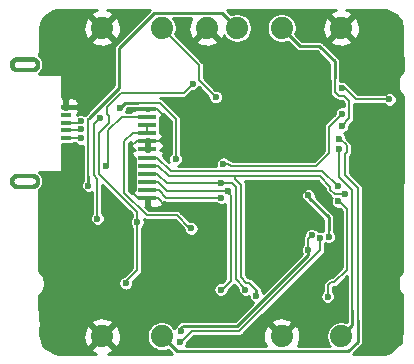
<source format=gbr>
%TF.GenerationSoftware,KiCad,Pcbnew,(5.1.6)-1*%
%TF.CreationDate,2021-05-28T10:30:19+02:00*%
%TF.ProjectId,Kicad_Smart_Watch,4b696361-645f-4536-9d61-72745f576174,rev?*%
%TF.SameCoordinates,Original*%
%TF.FileFunction,Copper,L2,Bot*%
%TF.FilePolarity,Positive*%
%FSLAX46Y46*%
G04 Gerber Fmt 4.6, Leading zero omitted, Abs format (unit mm)*
G04 Created by KiCad (PCBNEW (5.1.6)-1) date 2021-05-28 10:30:19*
%MOMM*%
%LPD*%
G01*
G04 APERTURE LIST*
%TA.AperFunction,EtchedComponent*%
%ADD10C,0.001000*%
%TD*%
%TA.AperFunction,Conductor*%
%ADD11R,0.100000X0.100000*%
%TD*%
%TA.AperFunction,SMDPad,CuDef*%
%ADD12R,0.950000X0.430000*%
%TD*%
%TA.AperFunction,ComponentPad*%
%ADD13C,1.879600*%
%TD*%
%TA.AperFunction,SMDPad,CuDef*%
%ADD14R,1.524000X0.345000*%
%TD*%
%TA.AperFunction,ViaPad*%
%ADD15C,0.600000*%
%TD*%
%TA.AperFunction,ViaPad*%
%ADD16C,0.800000*%
%TD*%
%TA.AperFunction,Conductor*%
%ADD17C,0.200000*%
%TD*%
%TA.AperFunction,Conductor*%
%ADD18C,0.250000*%
%TD*%
%TA.AperFunction,Conductor*%
%ADD19C,0.254000*%
%TD*%
G04 APERTURE END LIST*
D10*
%TO.C,U3*%
G36*
X85217000Y-74163500D02*
G01*
X85217000Y-74463500D01*
X84567000Y-74463500D01*
X84535598Y-74462678D01*
X84504283Y-74460213D01*
X84473139Y-74456113D01*
X84442253Y-74450389D01*
X84411709Y-74443055D01*
X84381590Y-74434134D01*
X84351979Y-74423648D01*
X84322958Y-74411627D01*
X84294606Y-74398104D01*
X84267000Y-74383115D01*
X84240217Y-74366702D01*
X84214329Y-74348910D01*
X84189408Y-74329788D01*
X84165522Y-74309387D01*
X84142736Y-74287764D01*
X84121113Y-74264978D01*
X84100712Y-74241092D01*
X84081590Y-74216171D01*
X84063798Y-74190283D01*
X84047385Y-74163500D01*
X84032396Y-74135894D01*
X84018873Y-74107542D01*
X84006852Y-74078521D01*
X83996366Y-74048910D01*
X83987445Y-74018791D01*
X83980111Y-73988247D01*
X83974387Y-73957361D01*
X83970287Y-73926217D01*
X83967822Y-73894902D01*
X83967000Y-73863500D01*
X83967822Y-73832098D01*
X83970287Y-73800783D01*
X83974387Y-73769639D01*
X83980111Y-73738753D01*
X83987445Y-73708209D01*
X83996366Y-73678090D01*
X84006852Y-73648479D01*
X84018873Y-73619458D01*
X84032396Y-73591106D01*
X84047385Y-73563500D01*
X84063798Y-73536717D01*
X84081590Y-73510829D01*
X84100712Y-73485908D01*
X84121113Y-73462022D01*
X84142736Y-73439236D01*
X84165522Y-73417613D01*
X84189408Y-73397212D01*
X84214329Y-73378090D01*
X84240217Y-73360298D01*
X84267000Y-73343885D01*
X84294606Y-73328896D01*
X84322958Y-73315373D01*
X84351979Y-73303352D01*
X84381590Y-73292866D01*
X84411709Y-73283945D01*
X84442253Y-73276611D01*
X84473139Y-73270887D01*
X84504283Y-73266787D01*
X84535598Y-73264322D01*
X84567000Y-73263500D01*
X85217000Y-73263500D01*
X85217000Y-73563500D01*
X84567000Y-73563500D01*
X84551299Y-73563911D01*
X84535641Y-73565143D01*
X84520070Y-73567193D01*
X84504626Y-73570056D01*
X84489354Y-73573722D01*
X84474295Y-73578183D01*
X84459490Y-73583426D01*
X84444979Y-73589436D01*
X84430803Y-73596198D01*
X84417000Y-73603692D01*
X84403608Y-73611899D01*
X84390664Y-73620795D01*
X84378204Y-73630356D01*
X84366261Y-73640557D01*
X84354868Y-73651368D01*
X84344057Y-73662761D01*
X84333856Y-73674704D01*
X84324295Y-73687164D01*
X84315399Y-73700108D01*
X84307192Y-73713500D01*
X84299698Y-73727303D01*
X84292936Y-73741479D01*
X84286926Y-73755990D01*
X84281683Y-73770795D01*
X84277222Y-73785854D01*
X84273556Y-73801126D01*
X84270693Y-73816570D01*
X84268643Y-73832141D01*
X84267411Y-73847799D01*
X84267000Y-73863500D01*
X84267411Y-73879201D01*
X84268643Y-73894859D01*
X84270693Y-73910430D01*
X84273556Y-73925874D01*
X84277222Y-73941146D01*
X84281683Y-73956205D01*
X84286926Y-73971010D01*
X84292936Y-73985521D01*
X84299698Y-73999697D01*
X84307192Y-74013500D01*
X84315399Y-74026892D01*
X84324295Y-74039836D01*
X84333856Y-74052296D01*
X84344057Y-74064239D01*
X84354868Y-74075632D01*
X84366261Y-74086443D01*
X84378204Y-74096644D01*
X84390664Y-74106205D01*
X84403608Y-74115101D01*
X84417000Y-74123308D01*
X84430803Y-74130802D01*
X84444979Y-74137564D01*
X84459490Y-74143574D01*
X84474295Y-74148817D01*
X84489354Y-74153278D01*
X84504626Y-74156944D01*
X84520070Y-74159807D01*
X84535641Y-74161857D01*
X84551299Y-74163089D01*
X84567000Y-74163500D01*
X85217000Y-74163500D01*
G37*
X85217000Y-74163500D02*
X85217000Y-74463500D01*
X84567000Y-74463500D01*
X84535598Y-74462678D01*
X84504283Y-74460213D01*
X84473139Y-74456113D01*
X84442253Y-74450389D01*
X84411709Y-74443055D01*
X84381590Y-74434134D01*
X84351979Y-74423648D01*
X84322958Y-74411627D01*
X84294606Y-74398104D01*
X84267000Y-74383115D01*
X84240217Y-74366702D01*
X84214329Y-74348910D01*
X84189408Y-74329788D01*
X84165522Y-74309387D01*
X84142736Y-74287764D01*
X84121113Y-74264978D01*
X84100712Y-74241092D01*
X84081590Y-74216171D01*
X84063798Y-74190283D01*
X84047385Y-74163500D01*
X84032396Y-74135894D01*
X84018873Y-74107542D01*
X84006852Y-74078521D01*
X83996366Y-74048910D01*
X83987445Y-74018791D01*
X83980111Y-73988247D01*
X83974387Y-73957361D01*
X83970287Y-73926217D01*
X83967822Y-73894902D01*
X83967000Y-73863500D01*
X83967822Y-73832098D01*
X83970287Y-73800783D01*
X83974387Y-73769639D01*
X83980111Y-73738753D01*
X83987445Y-73708209D01*
X83996366Y-73678090D01*
X84006852Y-73648479D01*
X84018873Y-73619458D01*
X84032396Y-73591106D01*
X84047385Y-73563500D01*
X84063798Y-73536717D01*
X84081590Y-73510829D01*
X84100712Y-73485908D01*
X84121113Y-73462022D01*
X84142736Y-73439236D01*
X84165522Y-73417613D01*
X84189408Y-73397212D01*
X84214329Y-73378090D01*
X84240217Y-73360298D01*
X84267000Y-73343885D01*
X84294606Y-73328896D01*
X84322958Y-73315373D01*
X84351979Y-73303352D01*
X84381590Y-73292866D01*
X84411709Y-73283945D01*
X84442253Y-73276611D01*
X84473139Y-73270887D01*
X84504283Y-73266787D01*
X84535598Y-73264322D01*
X84567000Y-73263500D01*
X85217000Y-73263500D01*
X85217000Y-73563500D01*
X84567000Y-73563500D01*
X84551299Y-73563911D01*
X84535641Y-73565143D01*
X84520070Y-73567193D01*
X84504626Y-73570056D01*
X84489354Y-73573722D01*
X84474295Y-73578183D01*
X84459490Y-73583426D01*
X84444979Y-73589436D01*
X84430803Y-73596198D01*
X84417000Y-73603692D01*
X84403608Y-73611899D01*
X84390664Y-73620795D01*
X84378204Y-73630356D01*
X84366261Y-73640557D01*
X84354868Y-73651368D01*
X84344057Y-73662761D01*
X84333856Y-73674704D01*
X84324295Y-73687164D01*
X84315399Y-73700108D01*
X84307192Y-73713500D01*
X84299698Y-73727303D01*
X84292936Y-73741479D01*
X84286926Y-73755990D01*
X84281683Y-73770795D01*
X84277222Y-73785854D01*
X84273556Y-73801126D01*
X84270693Y-73816570D01*
X84268643Y-73832141D01*
X84267411Y-73847799D01*
X84267000Y-73863500D01*
X84267411Y-73879201D01*
X84268643Y-73894859D01*
X84270693Y-73910430D01*
X84273556Y-73925874D01*
X84277222Y-73941146D01*
X84281683Y-73956205D01*
X84286926Y-73971010D01*
X84292936Y-73985521D01*
X84299698Y-73999697D01*
X84307192Y-74013500D01*
X84315399Y-74026892D01*
X84324295Y-74039836D01*
X84333856Y-74052296D01*
X84344057Y-74064239D01*
X84354868Y-74075632D01*
X84366261Y-74086443D01*
X84378204Y-74096644D01*
X84390664Y-74106205D01*
X84403608Y-74115101D01*
X84417000Y-74123308D01*
X84430803Y-74130802D01*
X84444979Y-74137564D01*
X84459490Y-74143574D01*
X84474295Y-74148817D01*
X84489354Y-74153278D01*
X84504626Y-74156944D01*
X84520070Y-74159807D01*
X84535641Y-74161857D01*
X84551299Y-74163089D01*
X84567000Y-74163500D01*
X85217000Y-74163500D01*
G36*
X85217000Y-73563500D02*
G01*
X85217000Y-73263500D01*
X85867000Y-73263500D01*
X85898402Y-73264322D01*
X85929717Y-73266787D01*
X85960861Y-73270887D01*
X85991747Y-73276611D01*
X86022291Y-73283945D01*
X86052410Y-73292866D01*
X86082021Y-73303352D01*
X86111042Y-73315373D01*
X86139394Y-73328896D01*
X86167000Y-73343885D01*
X86193783Y-73360298D01*
X86219671Y-73378090D01*
X86244592Y-73397212D01*
X86268478Y-73417613D01*
X86291264Y-73439236D01*
X86312887Y-73462022D01*
X86333288Y-73485908D01*
X86352410Y-73510829D01*
X86370202Y-73536717D01*
X86386615Y-73563500D01*
X86401604Y-73591106D01*
X86415127Y-73619458D01*
X86427148Y-73648479D01*
X86437634Y-73678090D01*
X86446555Y-73708209D01*
X86453889Y-73738753D01*
X86459613Y-73769639D01*
X86463713Y-73800783D01*
X86466178Y-73832098D01*
X86467000Y-73863500D01*
X86466178Y-73894902D01*
X86463713Y-73926217D01*
X86459613Y-73957361D01*
X86453889Y-73988247D01*
X86446555Y-74018791D01*
X86437634Y-74048910D01*
X86427148Y-74078521D01*
X86415127Y-74107542D01*
X86401604Y-74135894D01*
X86386615Y-74163500D01*
X86370202Y-74190283D01*
X86352410Y-74216171D01*
X86333288Y-74241092D01*
X86312887Y-74264978D01*
X86291264Y-74287764D01*
X86268478Y-74309387D01*
X86244592Y-74329788D01*
X86219671Y-74348910D01*
X86193783Y-74366702D01*
X86167000Y-74383115D01*
X86139394Y-74398104D01*
X86111042Y-74411627D01*
X86082021Y-74423648D01*
X86052410Y-74434134D01*
X86022291Y-74443055D01*
X85991747Y-74450389D01*
X85960861Y-74456113D01*
X85929717Y-74460213D01*
X85898402Y-74462678D01*
X85867000Y-74463500D01*
X85217000Y-74463500D01*
X85217000Y-74163500D01*
X85867000Y-74163500D01*
X85882701Y-74163089D01*
X85898359Y-74161857D01*
X85913930Y-74159807D01*
X85929374Y-74156944D01*
X85944646Y-74153278D01*
X85959705Y-74148817D01*
X85974510Y-74143574D01*
X85989021Y-74137564D01*
X86003197Y-74130802D01*
X86017000Y-74123308D01*
X86030392Y-74115101D01*
X86043336Y-74106205D01*
X86055796Y-74096644D01*
X86067739Y-74086443D01*
X86079132Y-74075632D01*
X86089943Y-74064239D01*
X86100144Y-74052296D01*
X86109705Y-74039836D01*
X86118601Y-74026892D01*
X86126808Y-74013500D01*
X86134302Y-73999697D01*
X86141064Y-73985521D01*
X86147074Y-73971010D01*
X86152317Y-73956205D01*
X86156778Y-73941146D01*
X86160444Y-73925874D01*
X86163307Y-73910430D01*
X86165357Y-73894859D01*
X86166589Y-73879201D01*
X86167000Y-73863500D01*
X86166589Y-73847799D01*
X86165357Y-73832141D01*
X86163307Y-73816570D01*
X86160444Y-73801126D01*
X86156778Y-73785854D01*
X86152317Y-73770795D01*
X86147074Y-73755990D01*
X86141064Y-73741479D01*
X86134302Y-73727303D01*
X86126808Y-73713500D01*
X86118601Y-73700108D01*
X86109705Y-73687164D01*
X86100144Y-73674704D01*
X86089943Y-73662761D01*
X86079132Y-73651368D01*
X86067739Y-73640557D01*
X86055796Y-73630356D01*
X86043336Y-73620795D01*
X86030392Y-73611899D01*
X86017000Y-73603692D01*
X86003197Y-73596198D01*
X85989021Y-73589436D01*
X85974510Y-73583426D01*
X85959705Y-73578183D01*
X85944646Y-73573722D01*
X85929374Y-73570056D01*
X85913930Y-73567193D01*
X85898359Y-73565143D01*
X85882701Y-73563911D01*
X85867000Y-73563500D01*
X85217000Y-73563500D01*
G37*
X85217000Y-73563500D02*
X85217000Y-73263500D01*
X85867000Y-73263500D01*
X85898402Y-73264322D01*
X85929717Y-73266787D01*
X85960861Y-73270887D01*
X85991747Y-73276611D01*
X86022291Y-73283945D01*
X86052410Y-73292866D01*
X86082021Y-73303352D01*
X86111042Y-73315373D01*
X86139394Y-73328896D01*
X86167000Y-73343885D01*
X86193783Y-73360298D01*
X86219671Y-73378090D01*
X86244592Y-73397212D01*
X86268478Y-73417613D01*
X86291264Y-73439236D01*
X86312887Y-73462022D01*
X86333288Y-73485908D01*
X86352410Y-73510829D01*
X86370202Y-73536717D01*
X86386615Y-73563500D01*
X86401604Y-73591106D01*
X86415127Y-73619458D01*
X86427148Y-73648479D01*
X86437634Y-73678090D01*
X86446555Y-73708209D01*
X86453889Y-73738753D01*
X86459613Y-73769639D01*
X86463713Y-73800783D01*
X86466178Y-73832098D01*
X86467000Y-73863500D01*
X86466178Y-73894902D01*
X86463713Y-73926217D01*
X86459613Y-73957361D01*
X86453889Y-73988247D01*
X86446555Y-74018791D01*
X86437634Y-74048910D01*
X86427148Y-74078521D01*
X86415127Y-74107542D01*
X86401604Y-74135894D01*
X86386615Y-74163500D01*
X86370202Y-74190283D01*
X86352410Y-74216171D01*
X86333288Y-74241092D01*
X86312887Y-74264978D01*
X86291264Y-74287764D01*
X86268478Y-74309387D01*
X86244592Y-74329788D01*
X86219671Y-74348910D01*
X86193783Y-74366702D01*
X86167000Y-74383115D01*
X86139394Y-74398104D01*
X86111042Y-74411627D01*
X86082021Y-74423648D01*
X86052410Y-74434134D01*
X86022291Y-74443055D01*
X85991747Y-74450389D01*
X85960861Y-74456113D01*
X85929717Y-74460213D01*
X85898402Y-74462678D01*
X85867000Y-74463500D01*
X85217000Y-74463500D01*
X85217000Y-74163500D01*
X85867000Y-74163500D01*
X85882701Y-74163089D01*
X85898359Y-74161857D01*
X85913930Y-74159807D01*
X85929374Y-74156944D01*
X85944646Y-74153278D01*
X85959705Y-74148817D01*
X85974510Y-74143574D01*
X85989021Y-74137564D01*
X86003197Y-74130802D01*
X86017000Y-74123308D01*
X86030392Y-74115101D01*
X86043336Y-74106205D01*
X86055796Y-74096644D01*
X86067739Y-74086443D01*
X86079132Y-74075632D01*
X86089943Y-74064239D01*
X86100144Y-74052296D01*
X86109705Y-74039836D01*
X86118601Y-74026892D01*
X86126808Y-74013500D01*
X86134302Y-73999697D01*
X86141064Y-73985521D01*
X86147074Y-73971010D01*
X86152317Y-73956205D01*
X86156778Y-73941146D01*
X86160444Y-73925874D01*
X86163307Y-73910430D01*
X86165357Y-73894859D01*
X86166589Y-73879201D01*
X86167000Y-73863500D01*
X86166589Y-73847799D01*
X86165357Y-73832141D01*
X86163307Y-73816570D01*
X86160444Y-73801126D01*
X86156778Y-73785854D01*
X86152317Y-73770795D01*
X86147074Y-73755990D01*
X86141064Y-73741479D01*
X86134302Y-73727303D01*
X86126808Y-73713500D01*
X86118601Y-73700108D01*
X86109705Y-73687164D01*
X86100144Y-73674704D01*
X86089943Y-73662761D01*
X86079132Y-73651368D01*
X86067739Y-73640557D01*
X86055796Y-73630356D01*
X86043336Y-73620795D01*
X86030392Y-73611899D01*
X86017000Y-73603692D01*
X86003197Y-73596198D01*
X85989021Y-73589436D01*
X85974510Y-73583426D01*
X85959705Y-73578183D01*
X85944646Y-73573722D01*
X85929374Y-73570056D01*
X85913930Y-73567193D01*
X85898359Y-73565143D01*
X85882701Y-73563911D01*
X85867000Y-73563500D01*
X85217000Y-73563500D01*
G36*
X85217000Y-84043500D02*
G01*
X85217000Y-84343500D01*
X84567000Y-84343500D01*
X84535598Y-84342678D01*
X84504283Y-84340213D01*
X84473139Y-84336113D01*
X84442253Y-84330389D01*
X84411709Y-84323055D01*
X84381590Y-84314134D01*
X84351979Y-84303648D01*
X84322958Y-84291627D01*
X84294606Y-84278104D01*
X84267000Y-84263115D01*
X84240217Y-84246702D01*
X84214329Y-84228910D01*
X84189408Y-84209788D01*
X84165522Y-84189387D01*
X84142736Y-84167764D01*
X84121113Y-84144978D01*
X84100712Y-84121092D01*
X84081590Y-84096171D01*
X84063798Y-84070283D01*
X84047385Y-84043500D01*
X84032396Y-84015894D01*
X84018873Y-83987542D01*
X84006852Y-83958521D01*
X83996366Y-83928910D01*
X83987445Y-83898791D01*
X83980111Y-83868247D01*
X83974387Y-83837361D01*
X83970287Y-83806217D01*
X83967822Y-83774902D01*
X83967000Y-83743500D01*
X83967822Y-83712098D01*
X83970287Y-83680783D01*
X83974387Y-83649639D01*
X83980111Y-83618753D01*
X83987445Y-83588209D01*
X83996366Y-83558090D01*
X84006852Y-83528479D01*
X84018873Y-83499458D01*
X84032396Y-83471106D01*
X84047385Y-83443500D01*
X84063798Y-83416717D01*
X84081590Y-83390829D01*
X84100712Y-83365908D01*
X84121113Y-83342022D01*
X84142736Y-83319236D01*
X84165522Y-83297613D01*
X84189408Y-83277212D01*
X84214329Y-83258090D01*
X84240217Y-83240298D01*
X84267000Y-83223885D01*
X84294606Y-83208896D01*
X84322958Y-83195373D01*
X84351979Y-83183352D01*
X84381590Y-83172866D01*
X84411709Y-83163945D01*
X84442253Y-83156611D01*
X84473139Y-83150887D01*
X84504283Y-83146787D01*
X84535598Y-83144322D01*
X84567000Y-83143500D01*
X85217000Y-83143500D01*
X85217000Y-83443500D01*
X84567000Y-83443500D01*
X84551299Y-83443911D01*
X84535641Y-83445143D01*
X84520070Y-83447193D01*
X84504626Y-83450056D01*
X84489354Y-83453722D01*
X84474295Y-83458183D01*
X84459490Y-83463426D01*
X84444979Y-83469436D01*
X84430803Y-83476198D01*
X84417000Y-83483692D01*
X84403608Y-83491899D01*
X84390664Y-83500795D01*
X84378204Y-83510356D01*
X84366261Y-83520557D01*
X84354868Y-83531368D01*
X84344057Y-83542761D01*
X84333856Y-83554704D01*
X84324295Y-83567164D01*
X84315399Y-83580108D01*
X84307192Y-83593500D01*
X84299698Y-83607303D01*
X84292936Y-83621479D01*
X84286926Y-83635990D01*
X84281683Y-83650795D01*
X84277222Y-83665854D01*
X84273556Y-83681126D01*
X84270693Y-83696570D01*
X84268643Y-83712141D01*
X84267411Y-83727799D01*
X84267000Y-83743500D01*
X84267411Y-83759201D01*
X84268643Y-83774859D01*
X84270693Y-83790430D01*
X84273556Y-83805874D01*
X84277222Y-83821146D01*
X84281683Y-83836205D01*
X84286926Y-83851010D01*
X84292936Y-83865521D01*
X84299698Y-83879697D01*
X84307192Y-83893500D01*
X84315399Y-83906892D01*
X84324295Y-83919836D01*
X84333856Y-83932296D01*
X84344057Y-83944239D01*
X84354868Y-83955632D01*
X84366261Y-83966443D01*
X84378204Y-83976644D01*
X84390664Y-83986205D01*
X84403608Y-83995101D01*
X84417000Y-84003308D01*
X84430803Y-84010802D01*
X84444979Y-84017564D01*
X84459490Y-84023574D01*
X84474295Y-84028817D01*
X84489354Y-84033278D01*
X84504626Y-84036944D01*
X84520070Y-84039807D01*
X84535641Y-84041857D01*
X84551299Y-84043089D01*
X84567000Y-84043500D01*
X85217000Y-84043500D01*
G37*
X85217000Y-84043500D02*
X85217000Y-84343500D01*
X84567000Y-84343500D01*
X84535598Y-84342678D01*
X84504283Y-84340213D01*
X84473139Y-84336113D01*
X84442253Y-84330389D01*
X84411709Y-84323055D01*
X84381590Y-84314134D01*
X84351979Y-84303648D01*
X84322958Y-84291627D01*
X84294606Y-84278104D01*
X84267000Y-84263115D01*
X84240217Y-84246702D01*
X84214329Y-84228910D01*
X84189408Y-84209788D01*
X84165522Y-84189387D01*
X84142736Y-84167764D01*
X84121113Y-84144978D01*
X84100712Y-84121092D01*
X84081590Y-84096171D01*
X84063798Y-84070283D01*
X84047385Y-84043500D01*
X84032396Y-84015894D01*
X84018873Y-83987542D01*
X84006852Y-83958521D01*
X83996366Y-83928910D01*
X83987445Y-83898791D01*
X83980111Y-83868247D01*
X83974387Y-83837361D01*
X83970287Y-83806217D01*
X83967822Y-83774902D01*
X83967000Y-83743500D01*
X83967822Y-83712098D01*
X83970287Y-83680783D01*
X83974387Y-83649639D01*
X83980111Y-83618753D01*
X83987445Y-83588209D01*
X83996366Y-83558090D01*
X84006852Y-83528479D01*
X84018873Y-83499458D01*
X84032396Y-83471106D01*
X84047385Y-83443500D01*
X84063798Y-83416717D01*
X84081590Y-83390829D01*
X84100712Y-83365908D01*
X84121113Y-83342022D01*
X84142736Y-83319236D01*
X84165522Y-83297613D01*
X84189408Y-83277212D01*
X84214329Y-83258090D01*
X84240217Y-83240298D01*
X84267000Y-83223885D01*
X84294606Y-83208896D01*
X84322958Y-83195373D01*
X84351979Y-83183352D01*
X84381590Y-83172866D01*
X84411709Y-83163945D01*
X84442253Y-83156611D01*
X84473139Y-83150887D01*
X84504283Y-83146787D01*
X84535598Y-83144322D01*
X84567000Y-83143500D01*
X85217000Y-83143500D01*
X85217000Y-83443500D01*
X84567000Y-83443500D01*
X84551299Y-83443911D01*
X84535641Y-83445143D01*
X84520070Y-83447193D01*
X84504626Y-83450056D01*
X84489354Y-83453722D01*
X84474295Y-83458183D01*
X84459490Y-83463426D01*
X84444979Y-83469436D01*
X84430803Y-83476198D01*
X84417000Y-83483692D01*
X84403608Y-83491899D01*
X84390664Y-83500795D01*
X84378204Y-83510356D01*
X84366261Y-83520557D01*
X84354868Y-83531368D01*
X84344057Y-83542761D01*
X84333856Y-83554704D01*
X84324295Y-83567164D01*
X84315399Y-83580108D01*
X84307192Y-83593500D01*
X84299698Y-83607303D01*
X84292936Y-83621479D01*
X84286926Y-83635990D01*
X84281683Y-83650795D01*
X84277222Y-83665854D01*
X84273556Y-83681126D01*
X84270693Y-83696570D01*
X84268643Y-83712141D01*
X84267411Y-83727799D01*
X84267000Y-83743500D01*
X84267411Y-83759201D01*
X84268643Y-83774859D01*
X84270693Y-83790430D01*
X84273556Y-83805874D01*
X84277222Y-83821146D01*
X84281683Y-83836205D01*
X84286926Y-83851010D01*
X84292936Y-83865521D01*
X84299698Y-83879697D01*
X84307192Y-83893500D01*
X84315399Y-83906892D01*
X84324295Y-83919836D01*
X84333856Y-83932296D01*
X84344057Y-83944239D01*
X84354868Y-83955632D01*
X84366261Y-83966443D01*
X84378204Y-83976644D01*
X84390664Y-83986205D01*
X84403608Y-83995101D01*
X84417000Y-84003308D01*
X84430803Y-84010802D01*
X84444979Y-84017564D01*
X84459490Y-84023574D01*
X84474295Y-84028817D01*
X84489354Y-84033278D01*
X84504626Y-84036944D01*
X84520070Y-84039807D01*
X84535641Y-84041857D01*
X84551299Y-84043089D01*
X84567000Y-84043500D01*
X85217000Y-84043500D01*
G36*
X85217000Y-83443500D02*
G01*
X85217000Y-83143500D01*
X85867000Y-83143500D01*
X85898402Y-83144322D01*
X85929717Y-83146787D01*
X85960861Y-83150887D01*
X85991747Y-83156611D01*
X86022291Y-83163945D01*
X86052410Y-83172866D01*
X86082021Y-83183352D01*
X86111042Y-83195373D01*
X86139394Y-83208896D01*
X86167000Y-83223885D01*
X86193783Y-83240298D01*
X86219671Y-83258090D01*
X86244592Y-83277212D01*
X86268478Y-83297613D01*
X86291264Y-83319236D01*
X86312887Y-83342022D01*
X86333288Y-83365908D01*
X86352410Y-83390829D01*
X86370202Y-83416717D01*
X86386615Y-83443500D01*
X86401604Y-83471106D01*
X86415127Y-83499458D01*
X86427148Y-83528479D01*
X86437634Y-83558090D01*
X86446555Y-83588209D01*
X86453889Y-83618753D01*
X86459613Y-83649639D01*
X86463713Y-83680783D01*
X86466178Y-83712098D01*
X86467000Y-83743500D01*
X86466178Y-83774902D01*
X86463713Y-83806217D01*
X86459613Y-83837361D01*
X86453889Y-83868247D01*
X86446555Y-83898791D01*
X86437634Y-83928910D01*
X86427148Y-83958521D01*
X86415127Y-83987542D01*
X86401604Y-84015894D01*
X86386615Y-84043500D01*
X86370202Y-84070283D01*
X86352410Y-84096171D01*
X86333288Y-84121092D01*
X86312887Y-84144978D01*
X86291264Y-84167764D01*
X86268478Y-84189387D01*
X86244592Y-84209788D01*
X86219671Y-84228910D01*
X86193783Y-84246702D01*
X86167000Y-84263115D01*
X86139394Y-84278104D01*
X86111042Y-84291627D01*
X86082021Y-84303648D01*
X86052410Y-84314134D01*
X86022291Y-84323055D01*
X85991747Y-84330389D01*
X85960861Y-84336113D01*
X85929717Y-84340213D01*
X85898402Y-84342678D01*
X85867000Y-84343500D01*
X85217000Y-84343500D01*
X85217000Y-84043500D01*
X85867000Y-84043500D01*
X85882701Y-84043089D01*
X85898359Y-84041857D01*
X85913930Y-84039807D01*
X85929374Y-84036944D01*
X85944646Y-84033278D01*
X85959705Y-84028817D01*
X85974510Y-84023574D01*
X85989021Y-84017564D01*
X86003197Y-84010802D01*
X86017000Y-84003308D01*
X86030392Y-83995101D01*
X86043336Y-83986205D01*
X86055796Y-83976644D01*
X86067739Y-83966443D01*
X86079132Y-83955632D01*
X86089943Y-83944239D01*
X86100144Y-83932296D01*
X86109705Y-83919836D01*
X86118601Y-83906892D01*
X86126808Y-83893500D01*
X86134302Y-83879697D01*
X86141064Y-83865521D01*
X86147074Y-83851010D01*
X86152317Y-83836205D01*
X86156778Y-83821146D01*
X86160444Y-83805874D01*
X86163307Y-83790430D01*
X86165357Y-83774859D01*
X86166589Y-83759201D01*
X86167000Y-83743500D01*
X86166589Y-83727799D01*
X86165357Y-83712141D01*
X86163307Y-83696570D01*
X86160444Y-83681126D01*
X86156778Y-83665854D01*
X86152317Y-83650795D01*
X86147074Y-83635990D01*
X86141064Y-83621479D01*
X86134302Y-83607303D01*
X86126808Y-83593500D01*
X86118601Y-83580108D01*
X86109705Y-83567164D01*
X86100144Y-83554704D01*
X86089943Y-83542761D01*
X86079132Y-83531368D01*
X86067739Y-83520557D01*
X86055796Y-83510356D01*
X86043336Y-83500795D01*
X86030392Y-83491899D01*
X86017000Y-83483692D01*
X86003197Y-83476198D01*
X85989021Y-83469436D01*
X85974510Y-83463426D01*
X85959705Y-83458183D01*
X85944646Y-83453722D01*
X85929374Y-83450056D01*
X85913930Y-83447193D01*
X85898359Y-83445143D01*
X85882701Y-83443911D01*
X85867000Y-83443500D01*
X85217000Y-83443500D01*
G37*
X85217000Y-83443500D02*
X85217000Y-83143500D01*
X85867000Y-83143500D01*
X85898402Y-83144322D01*
X85929717Y-83146787D01*
X85960861Y-83150887D01*
X85991747Y-83156611D01*
X86022291Y-83163945D01*
X86052410Y-83172866D01*
X86082021Y-83183352D01*
X86111042Y-83195373D01*
X86139394Y-83208896D01*
X86167000Y-83223885D01*
X86193783Y-83240298D01*
X86219671Y-83258090D01*
X86244592Y-83277212D01*
X86268478Y-83297613D01*
X86291264Y-83319236D01*
X86312887Y-83342022D01*
X86333288Y-83365908D01*
X86352410Y-83390829D01*
X86370202Y-83416717D01*
X86386615Y-83443500D01*
X86401604Y-83471106D01*
X86415127Y-83499458D01*
X86427148Y-83528479D01*
X86437634Y-83558090D01*
X86446555Y-83588209D01*
X86453889Y-83618753D01*
X86459613Y-83649639D01*
X86463713Y-83680783D01*
X86466178Y-83712098D01*
X86467000Y-83743500D01*
X86466178Y-83774902D01*
X86463713Y-83806217D01*
X86459613Y-83837361D01*
X86453889Y-83868247D01*
X86446555Y-83898791D01*
X86437634Y-83928910D01*
X86427148Y-83958521D01*
X86415127Y-83987542D01*
X86401604Y-84015894D01*
X86386615Y-84043500D01*
X86370202Y-84070283D01*
X86352410Y-84096171D01*
X86333288Y-84121092D01*
X86312887Y-84144978D01*
X86291264Y-84167764D01*
X86268478Y-84189387D01*
X86244592Y-84209788D01*
X86219671Y-84228910D01*
X86193783Y-84246702D01*
X86167000Y-84263115D01*
X86139394Y-84278104D01*
X86111042Y-84291627D01*
X86082021Y-84303648D01*
X86052410Y-84314134D01*
X86022291Y-84323055D01*
X85991747Y-84330389D01*
X85960861Y-84336113D01*
X85929717Y-84340213D01*
X85898402Y-84342678D01*
X85867000Y-84343500D01*
X85217000Y-84343500D01*
X85217000Y-84043500D01*
X85867000Y-84043500D01*
X85882701Y-84043089D01*
X85898359Y-84041857D01*
X85913930Y-84039807D01*
X85929374Y-84036944D01*
X85944646Y-84033278D01*
X85959705Y-84028817D01*
X85974510Y-84023574D01*
X85989021Y-84017564D01*
X86003197Y-84010802D01*
X86017000Y-84003308D01*
X86030392Y-83995101D01*
X86043336Y-83986205D01*
X86055796Y-83976644D01*
X86067739Y-83966443D01*
X86079132Y-83955632D01*
X86089943Y-83944239D01*
X86100144Y-83932296D01*
X86109705Y-83919836D01*
X86118601Y-83906892D01*
X86126808Y-83893500D01*
X86134302Y-83879697D01*
X86141064Y-83865521D01*
X86147074Y-83851010D01*
X86152317Y-83836205D01*
X86156778Y-83821146D01*
X86160444Y-83805874D01*
X86163307Y-83790430D01*
X86165357Y-83774859D01*
X86166589Y-83759201D01*
X86167000Y-83743500D01*
X86166589Y-83727799D01*
X86165357Y-83712141D01*
X86163307Y-83696570D01*
X86160444Y-83681126D01*
X86156778Y-83665854D01*
X86152317Y-83650795D01*
X86147074Y-83635990D01*
X86141064Y-83621479D01*
X86134302Y-83607303D01*
X86126808Y-83593500D01*
X86118601Y-83580108D01*
X86109705Y-83567164D01*
X86100144Y-83554704D01*
X86089943Y-83542761D01*
X86079132Y-83531368D01*
X86067739Y-83520557D01*
X86055796Y-83510356D01*
X86043336Y-83500795D01*
X86030392Y-83491899D01*
X86017000Y-83483692D01*
X86003197Y-83476198D01*
X85989021Y-83469436D01*
X85974510Y-83463426D01*
X85959705Y-83458183D01*
X85944646Y-83453722D01*
X85929374Y-83450056D01*
X85913930Y-83447193D01*
X85898359Y-83445143D01*
X85882701Y-83443911D01*
X85867000Y-83443500D01*
X85217000Y-83443500D01*
%TD*%
D11*
%TO.N,N/C*%
%TO.C,U3*%
X86307000Y-73863500D03*
X86307000Y-83743500D03*
D12*
%TD*%
%TO.P,U3,GND*%
%TO.N,GND*%
X88692000Y-77503500D03*
%TO.P,U3,ID*%
%TO.N,Net-(U3-PadID)*%
X88692000Y-78153500D03*
%TO.P,U3,D+*%
%TO.N,Net-(R7-Pad2)*%
X88692000Y-78803500D03*
%TO.P,U3,D-*%
%TO.N,Net-(R5-Pad2)*%
X88692000Y-79453500D03*
%TO.P,U3,VBUS*%
%TO.N,VBUS*%
X88692000Y-80103500D03*
%TD*%
D13*
%TO.P,SW1,2*%
%TO.N,GND*%
X106970000Y-96877000D03*
%TO.P,SW1,1*%
%TO.N,/BTN3*%
X112010000Y-96877000D03*
%TD*%
%TO.P,SW3,1*%
%TO.N,/BTN4*%
X96814200Y-96877000D03*
%TO.P,SW3,2*%
%TO.N,GND*%
X91774200Y-96877000D03*
%TD*%
%TO.P,SW4,2*%
%TO.N,GND*%
X112010000Y-70788400D03*
%TO.P,SW4,1*%
%TO.N,/BTN2*%
X106970000Y-70788400D03*
%TD*%
%TO.P,SW2,2*%
%TO.N,GND*%
X91774200Y-70788400D03*
%TO.P,SW2,1*%
%TO.N,/BTN1*%
X96814200Y-70788400D03*
%TD*%
D14*
%TO.P,J3,10*%
%TO.N,/MOSI*%
X95618300Y-83830160D03*
%TO.P,J3,12*%
%TO.N,GND*%
X95618300Y-85211920D03*
%TO.P,J3,9*%
%TO.N,/SCK*%
X95618300Y-83139280D03*
%TO.P,J3,11*%
%TO.N,/D5*%
X95618300Y-84521040D03*
%TO.P,J3,6*%
%TO.N,GND*%
X95618300Y-81066640D03*
%TO.P,J3,8*%
%TO.N,/D12*%
X95618300Y-82448400D03*
%TO.P,J3,5*%
%TO.N,GND*%
X95618300Y-80375760D03*
%TO.P,J3,7*%
%TO.N,/D4*%
X95618300Y-81757520D03*
%TO.P,J3,4*%
%TO.N,3.3V*%
X95618300Y-79682340D03*
%TO.P,J3,3*%
X95618300Y-78991460D03*
%TO.P,J3,2*%
%TO.N,/LEDK*%
X95618300Y-78300580D03*
%TO.P,J3,1*%
%TO.N,GND*%
X95618300Y-77609700D03*
%TD*%
D13*
%TO.P,J1,2*%
%TO.N,/BAT+*%
X103200200Y-70788400D03*
%TO.P,J1,1*%
%TO.N,GND*%
X100660200Y-70788400D03*
%TD*%
D15*
%TO.N,3.3V*%
X99314000Y-87757000D03*
X110871000Y-93535500D03*
X111760000Y-85471000D03*
X116103400Y-76835000D03*
X112090200Y-75895200D03*
%TO.N,GND*%
X92773500Y-86931500D03*
X94107000Y-77724000D03*
X89979500Y-77533500D03*
X95377000Y-92456000D03*
X105283000Y-91948000D03*
X106680000Y-88138000D03*
X107569000Y-74104500D03*
X100584000Y-74612500D03*
X97713800Y-85801200D03*
X110464600Y-84455000D03*
X112090200Y-77216000D03*
X114249200Y-83235800D03*
X115125500Y-75057000D03*
X99885500Y-92989400D03*
D16*
X114490500Y-91694000D03*
D15*
%TO.N,/BTN1*%
X101396800Y-76631800D03*
%TO.N,VCC*%
X99441000Y-75501500D03*
X93789500Y-92392500D03*
X94742000Y-87223600D03*
%TO.N,/BTN3*%
X111861600Y-81026000D03*
%TO.N,/BTN4*%
X111836200Y-80162400D03*
%TO.N,/BTN2*%
X112090200Y-79070200D03*
%TO.N,/LEDK*%
X92075000Y-82486500D03*
%TO.N,/D4*%
X111734600Y-84201000D03*
%TO.N,/D5*%
X102044500Y-82296000D03*
X101854000Y-85153500D03*
X112090200Y-78028800D03*
%TO.N,/SCK*%
X101854000Y-83947000D03*
X103911400Y-92938600D03*
%TO.N,/MOSI*%
X102425500Y-84582000D03*
X101828600Y-92938600D03*
%TO.N,Net-(R5-Pad2)*%
X89979500Y-79375000D03*
%TO.N,Net-(R7-Pad2)*%
X89979500Y-78676500D03*
%TO.N,/D3*%
X98361500Y-97345500D03*
X110236000Y-88582500D03*
%TO.N,/D2*%
X98425000Y-96469200D03*
X109537500Y-88328500D03*
X109220000Y-89598500D03*
%TO.N,/D12*%
X112344200Y-84836000D03*
X104838500Y-93472000D03*
%TO.N,VBUS*%
X89979500Y-80137000D03*
X91376500Y-86931500D03*
X91630500Y-78422500D03*
X93281500Y-77533500D03*
X97993200Y-81889600D03*
%TO.N,/BAT+*%
X90614500Y-84137500D03*
%TO.N,/INT*%
X109232700Y-84963000D03*
X110947200Y-88468200D03*
%TD*%
D17*
%TO.N,3.3V*%
X112519191Y-91239609D02*
X112519191Y-86103191D01*
X112519191Y-86103191D02*
X111760000Y-85344000D01*
X111429800Y-92329000D02*
X112519191Y-91239609D01*
X112305412Y-75895200D02*
X113245212Y-76835000D01*
X113245212Y-76835000D02*
X116103400Y-76835000D01*
X112090200Y-75895200D02*
X112305412Y-75895200D01*
X95618300Y-79682340D02*
X95618300Y-78991460D01*
X95555477Y-86623599D02*
X93662500Y-84730622D01*
X99174300Y-87706200D02*
X98091699Y-86623599D01*
X98091699Y-86623599D02*
X95555477Y-86623599D01*
X93662500Y-84730622D02*
X93662500Y-80391000D01*
X94371160Y-79682340D02*
X95618300Y-79682340D01*
X93662500Y-80391000D02*
X94371160Y-79682340D01*
X111429800Y-92329000D02*
X111125000Y-92329000D01*
X110871000Y-92583000D02*
X110871000Y-93535500D01*
X111125000Y-92329000D02*
X110871000Y-92583000D01*
%TO.N,GND*%
X97129600Y-85852000D02*
X97764600Y-85852000D01*
X96489520Y-85211920D02*
X97129600Y-85852000D01*
X95618300Y-85211920D02*
X96489520Y-85211920D01*
X96401922Y-77609700D02*
X95618300Y-77609700D01*
X97282000Y-78489778D02*
X96401922Y-77609700D01*
X97282000Y-79674060D02*
X97282000Y-78489778D01*
X96580300Y-80375760D02*
X97282000Y-79674060D01*
X95618300Y-80375760D02*
X96580300Y-80375760D01*
X94834678Y-85211920D02*
X94170500Y-84547742D01*
X95618300Y-85211920D02*
X94834678Y-85211920D01*
X94170500Y-84547742D02*
X94170500Y-80899000D01*
X94693740Y-80375760D02*
X95618300Y-80375760D01*
X94170500Y-80899000D02*
X94693740Y-80375760D01*
D18*
X95519401Y-92313599D02*
X95377000Y-92456000D01*
X97836001Y-92313599D02*
X95519401Y-92313599D01*
D17*
X100660200Y-70788400D02*
X99528749Y-71919851D01*
X99528749Y-72937251D02*
X100584000Y-73992502D01*
X100584000Y-73992502D02*
X100584000Y-74612500D01*
X99528749Y-71919851D02*
X99528749Y-72937251D01*
X94234000Y-77787500D02*
X94551500Y-77787500D01*
X94729300Y-77609700D02*
X95618300Y-77609700D01*
X94551500Y-77787500D02*
X94729300Y-77609700D01*
D18*
X105283000Y-89535000D02*
X106680000Y-88138000D01*
X105283000Y-91948000D02*
X105283000Y-89535000D01*
D17*
X88912500Y-77533500D02*
X88882500Y-77503500D01*
X89979500Y-77533500D02*
X88912500Y-77533500D01*
%TO.N,/BTN1*%
X99983999Y-73958199D02*
X96814200Y-70788400D01*
X99983999Y-75218999D02*
X99983999Y-73958199D01*
X101396800Y-76631800D02*
X99983999Y-75218999D01*
%TO.N,VCC*%
X94742000Y-91287600D02*
X94742000Y-87376000D01*
X94742000Y-87376000D02*
X94894400Y-87223600D01*
X93700600Y-92329000D02*
X94742000Y-91287600D01*
X94742000Y-86375820D02*
X94742000Y-87223600D01*
X91474999Y-83108819D02*
X94742000Y-86375820D01*
X91474999Y-79688703D02*
X91474999Y-83108819D01*
X99441000Y-75501500D02*
X98679000Y-76263500D01*
X91474999Y-79688703D02*
X92361249Y-78802453D01*
X92361249Y-78802453D02*
X92361249Y-78263251D01*
X92173499Y-78075501D02*
X92173499Y-77499499D01*
X93409498Y-76263500D02*
X95250000Y-76263500D01*
X92361249Y-78263251D02*
X92173499Y-78075501D01*
X98679000Y-76263500D02*
X95250000Y-76263500D01*
X92173499Y-77499499D02*
X93409498Y-76263500D01*
X95250000Y-76263500D02*
X94900202Y-76263500D01*
%TO.N,/BTN3*%
X112969201Y-94624999D02*
X112969201Y-84495801D01*
X111861600Y-83388200D02*
X111861600Y-81026000D01*
X112969201Y-84495801D02*
X111861600Y-83388200D01*
D18*
X112316305Y-96641801D02*
X112316305Y-97192601D01*
X112969201Y-95917799D02*
X112010000Y-96877000D01*
X112969201Y-94624999D02*
X112969201Y-95917799D01*
D17*
%TO.N,/BTN4*%
X112486601Y-81326001D02*
X112318800Y-81493802D01*
X112486601Y-80725999D02*
X112486601Y-81326001D01*
X112318800Y-81493802D02*
X112318800Y-83208990D01*
X111923002Y-80162400D02*
X112486601Y-80725999D01*
X111836200Y-80162400D02*
X111923002Y-80162400D01*
X113419210Y-84309400D02*
X112318800Y-83208990D01*
X113419210Y-95538896D02*
X113419210Y-84309400D01*
D18*
X112617105Y-98141801D02*
X111032301Y-98141801D01*
X113419210Y-97339696D02*
X112617105Y-98141801D01*
X113419210Y-95538896D02*
X113419210Y-97339696D01*
X111367105Y-98141801D02*
X111032301Y-98141801D01*
X104613699Y-98141801D02*
X104584500Y-98171000D01*
X105253801Y-98141801D02*
X104613699Y-98141801D01*
X105253801Y-98141801D02*
X105058199Y-98141801D01*
X111032301Y-98141801D02*
X105253801Y-98141801D01*
X98108200Y-98171000D02*
X96814200Y-96877000D01*
X104584500Y-98171000D02*
X98108200Y-98171000D01*
D17*
%TO.N,/BTN2*%
X112090200Y-79070200D02*
X112715201Y-78445199D01*
X112715201Y-78445199D02*
X112715201Y-76941399D01*
X112715201Y-76941399D02*
X112294003Y-76520201D01*
X112294003Y-76520201D02*
X111790199Y-76520201D01*
X111790199Y-76520201D02*
X111465199Y-76195201D01*
X111465199Y-76195201D02*
X111465199Y-75041599D01*
D18*
X108508100Y-72326500D02*
X106970000Y-70788400D01*
X110172500Y-72326500D02*
X108508100Y-72326500D01*
X111465199Y-75041599D02*
X111465199Y-73619199D01*
X111465199Y-73619199D02*
X110172500Y-72326500D01*
D17*
%TO.N,/LEDK*%
X92303600Y-79425800D02*
X93428820Y-78300580D01*
X93428820Y-78300580D02*
X95618300Y-78300580D01*
X92303600Y-82321400D02*
X92303600Y-79425800D01*
%TO.N,/D4*%
X97586800Y-82897398D02*
X110430998Y-82897398D01*
X110430998Y-82897398D02*
X111734600Y-84201000D01*
X97586800Y-82897398D02*
X96446922Y-81757520D01*
X96446922Y-81757520D02*
X95618300Y-81757520D01*
%TO.N,/D5*%
X110972600Y-79146400D02*
X112090200Y-78028800D01*
X110972600Y-81381600D02*
X110972600Y-79146400D01*
X96555862Y-84521040D02*
X97201022Y-85166200D01*
X101803200Y-85166200D02*
X101854000Y-85115400D01*
X95618300Y-84521040D02*
X96555862Y-84521040D01*
X97201022Y-85166200D02*
X101803200Y-85166200D01*
X102468764Y-82296000D02*
X102670152Y-82497388D01*
X102044500Y-82296000D02*
X102468764Y-82296000D01*
X102670152Y-82497388D02*
X109856812Y-82497388D01*
X109956600Y-82397600D02*
X110051850Y-82302350D01*
X109856812Y-82497388D02*
X110051850Y-82302350D01*
X110051850Y-82302350D02*
X110972600Y-81381600D01*
%TO.N,/SCK*%
X103098600Y-92049600D02*
X103911400Y-92862400D01*
X103098600Y-84241198D02*
X103098600Y-92049600D01*
X102122798Y-83896200D02*
X102138199Y-83880799D01*
X101854000Y-83896200D02*
X102122798Y-83896200D01*
X102738201Y-83880799D02*
X103098600Y-84241198D01*
X102138199Y-83880799D02*
X102738201Y-83880799D01*
X96446922Y-83139280D02*
X97254642Y-83947000D01*
X95618300Y-83139280D02*
X96446922Y-83139280D01*
X97254642Y-83947000D02*
X101803200Y-83947000D01*
X101803200Y-83947000D02*
X101854000Y-83896200D01*
%TO.N,/MOSI*%
X102648590Y-92236000D02*
X101828600Y-93055990D01*
X102438200Y-84759800D02*
X102648590Y-84970190D01*
X102438200Y-84505800D02*
X102438200Y-84759800D01*
X102648590Y-84970190D02*
X102648590Y-92236000D01*
X102438200Y-84505800D02*
X102371999Y-84572001D01*
X102371999Y-84572001D02*
X97243233Y-84572001D01*
X97243233Y-84572001D02*
X96501392Y-83830160D01*
X96501392Y-83830160D02*
X95618300Y-83830160D01*
%TO.N,Net-(R5-Pad2)*%
X88897500Y-79438500D02*
X88882500Y-79453500D01*
X89979500Y-79438500D02*
X88897500Y-79438500D01*
%TO.N,Net-(R7-Pad2)*%
X88882500Y-78803500D02*
X89979500Y-78803500D01*
%TO.N,/D3*%
X110236000Y-89607818D02*
X103406808Y-96437010D01*
X110236000Y-88582500D02*
X110236000Y-89607818D01*
X99345192Y-96437010D02*
X99485010Y-96437010D01*
X98361500Y-97345500D02*
X98436702Y-97345500D01*
X98436702Y-97345500D02*
X99345192Y-96437010D01*
X103406808Y-96437010D02*
X99485010Y-96437010D01*
X99485010Y-96437010D02*
X99333490Y-96437010D01*
D18*
%TO.N,/D2*%
X109220000Y-90022764D02*
X103230764Y-96012000D01*
X109220000Y-89598500D02*
X109220000Y-90022764D01*
X103230764Y-96012000D02*
X98615500Y-96012000D01*
D17*
X109220000Y-88646000D02*
X109537500Y-88328500D01*
X109220000Y-89598500D02*
X109220000Y-88646000D01*
X98425000Y-96202500D02*
X98615500Y-96012000D01*
X98425000Y-96469200D02*
X98425000Y-96202500D01*
%TO.N,/D12*%
X110244598Y-83347408D02*
X103037793Y-83347407D01*
X103037793Y-83347407D02*
X103037793Y-83543981D01*
X103037793Y-83347407D02*
X97400399Y-83347407D01*
X103037793Y-83543981D02*
X103548610Y-84054798D01*
X111109599Y-84212409D02*
X110244598Y-83347408D01*
X111109599Y-84464999D02*
X111109599Y-84212409D01*
X112344200Y-84836000D02*
X111480600Y-84836000D01*
X111480600Y-84836000D02*
X111109599Y-84464999D01*
X97400399Y-83347407D02*
X96501392Y-82448400D01*
X96501392Y-82448400D02*
X95618300Y-82448400D01*
X103548610Y-84054798D02*
X103548610Y-91863200D01*
X103548610Y-91863200D02*
X103548610Y-91898556D01*
X103988653Y-92338599D02*
X104214097Y-92338599D01*
X104214097Y-92338599D02*
X104839498Y-92964000D01*
X103548610Y-91898556D02*
X103988653Y-92338599D01*
D18*
X104839498Y-93471002D02*
X104838500Y-93472000D01*
X104839498Y-92964000D02*
X104839498Y-93471002D01*
D17*
%TO.N,VBUS*%
X97993200Y-81889600D02*
X97993200Y-78465098D01*
X97993200Y-78465098D02*
X96640301Y-77112199D01*
X94782301Y-77112199D02*
X94641299Y-77112199D01*
X96640301Y-77112199D02*
X94782301Y-77112199D01*
X89946000Y-80103500D02*
X89979500Y-80137000D01*
X88882500Y-80103500D02*
X89946000Y-80103500D01*
X91059000Y-78930500D02*
X91154250Y-78835250D01*
X91154250Y-78835250D02*
X91694000Y-78295500D01*
X91154250Y-78835250D02*
X91074989Y-78914511D01*
X91376500Y-86931500D02*
X91376500Y-83576018D01*
X91074989Y-83274507D02*
X91074989Y-82915011D01*
X91376500Y-83576018D02*
X91074989Y-83274507D01*
X91074989Y-78914511D02*
X91074989Y-82915011D01*
D18*
X94769101Y-77098999D02*
X94782301Y-77112199D01*
X93716001Y-77098999D02*
X94769101Y-77098999D01*
X93281500Y-77533500D02*
X93716001Y-77098999D01*
D17*
%TO.N,/BAT+*%
X103200200Y-70788400D02*
X101960399Y-69548599D01*
X101960399Y-69548599D02*
X96219095Y-69548599D01*
D18*
X90633990Y-78437954D02*
X93233454Y-75838490D01*
X101935399Y-69523599D02*
X103200200Y-70788400D01*
X96207095Y-69523599D02*
X101935399Y-69523599D01*
X93233454Y-72497240D02*
X96207095Y-69523599D01*
X93233454Y-75838490D02*
X93233454Y-72497240D01*
D17*
X90633990Y-78437954D02*
X90579501Y-78492443D01*
X90579501Y-78492443D02*
X90579501Y-83346999D01*
D18*
X90579501Y-84102501D02*
X90614500Y-84137500D01*
X90579501Y-83346999D02*
X90579501Y-84102501D01*
D17*
%TO.N,/INT*%
X110947200Y-87884000D02*
X110947200Y-88468200D01*
D18*
X110947200Y-87884000D02*
X110947200Y-86817200D01*
X110947200Y-86817200D02*
X109283500Y-85153500D01*
%TD*%
D19*
%TO.N,GND*%
G36*
X111587726Y-69267844D02*
G01*
X111344914Y-69352535D01*
X111185623Y-69437677D01*
X111097129Y-69695924D01*
X112010000Y-70608795D01*
X112922871Y-69695924D01*
X112834377Y-69437677D01*
X112555024Y-69302803D01*
X112420586Y-69267981D01*
X115683787Y-69268516D01*
X115802294Y-69288742D01*
X116634450Y-69670554D01*
X116739584Y-69769578D01*
X117047213Y-70231022D01*
X117109343Y-70368531D01*
X117169605Y-70627201D01*
X117196001Y-71207904D01*
X117196000Y-73149973D01*
X117195650Y-73162827D01*
X117197261Y-73172263D01*
X117198200Y-73181796D01*
X117199775Y-73186989D01*
X117200689Y-73192341D01*
X117204112Y-73201285D01*
X117206891Y-73210448D01*
X117209450Y-73215236D01*
X117211390Y-73220305D01*
X117216489Y-73228405D01*
X117221005Y-73236854D01*
X117224451Y-73241053D01*
X117227341Y-73245644D01*
X117233921Y-73252592D01*
X117240000Y-73260000D01*
X117244199Y-73263446D01*
X117247928Y-73267384D01*
X117255734Y-73272913D01*
X117263145Y-73278995D01*
X117267940Y-73281558D01*
X117270173Y-73283140D01*
X117264768Y-74462859D01*
X117103914Y-74623713D01*
X116953218Y-74849246D01*
X116849417Y-75099844D01*
X116796500Y-75365877D01*
X116796500Y-75637123D01*
X116849417Y-75903156D01*
X116953218Y-76153754D01*
X117103914Y-76379287D01*
X117255293Y-76530666D01*
X117187019Y-91431608D01*
X117103914Y-91514713D01*
X116953218Y-91740246D01*
X116849417Y-91990844D01*
X116796500Y-92256877D01*
X116796500Y-92528123D01*
X116849417Y-92794156D01*
X116953218Y-93044754D01*
X117103914Y-93270287D01*
X117178253Y-93344626D01*
X117170201Y-95102076D01*
X117170467Y-95110887D01*
X117194148Y-95475593D01*
X117192644Y-96123447D01*
X117043299Y-97417772D01*
X117006987Y-97499659D01*
X116147448Y-98260965D01*
X116009404Y-98314746D01*
X115692700Y-98371078D01*
X115566999Y-98376001D01*
X113022233Y-98375896D01*
X113723115Y-97675015D01*
X113740369Y-97660855D01*
X113796853Y-97592029D01*
X113838824Y-97513506D01*
X113848664Y-97481068D01*
X113864670Y-97428304D01*
X113873397Y-97339696D01*
X113871210Y-97317491D01*
X113871210Y-95516691D01*
X113864670Y-95450289D01*
X113846210Y-95389434D01*
X113846210Y-84330367D01*
X113848275Y-84309400D01*
X113846210Y-84288433D01*
X113846210Y-84288422D01*
X113840032Y-84225693D01*
X113815615Y-84145204D01*
X113802609Y-84120871D01*
X113775966Y-84071023D01*
X113735978Y-84022299D01*
X113735974Y-84022295D01*
X113722605Y-84006005D01*
X113706315Y-83992636D01*
X112745800Y-83032122D01*
X112745800Y-81670670D01*
X112773701Y-81642769D01*
X112789996Y-81629396D01*
X112843356Y-81564377D01*
X112883006Y-81490197D01*
X112907423Y-81409708D01*
X112913601Y-81346979D01*
X112913601Y-81346967D01*
X112915666Y-81326002D01*
X112913601Y-81305037D01*
X112913601Y-80746963D01*
X112915666Y-80725998D01*
X112913601Y-80705033D01*
X112913601Y-80705021D01*
X112907423Y-80642292D01*
X112883006Y-80561803D01*
X112843357Y-80487624D01*
X112843356Y-80487622D01*
X112803369Y-80438897D01*
X112803360Y-80438888D01*
X112789996Y-80422604D01*
X112773713Y-80409241D01*
X112462724Y-80098253D01*
X112439105Y-79979511D01*
X112391840Y-79865404D01*
X112323223Y-79762711D01*
X112240166Y-79679654D01*
X112273089Y-79673105D01*
X112387196Y-79625840D01*
X112489889Y-79557223D01*
X112577223Y-79469889D01*
X112645840Y-79367196D01*
X112693105Y-79253089D01*
X112717200Y-79131954D01*
X112717200Y-79047069D01*
X113002307Y-78761962D01*
X113018596Y-78748594D01*
X113031965Y-78732304D01*
X113031969Y-78732300D01*
X113071956Y-78683576D01*
X113097166Y-78636410D01*
X113111606Y-78609395D01*
X113136023Y-78528906D01*
X113142201Y-78466177D01*
X113142201Y-78466166D01*
X113144266Y-78445199D01*
X113142201Y-78424232D01*
X113142201Y-77249966D01*
X113161505Y-77255822D01*
X113224234Y-77262000D01*
X113224245Y-77262000D01*
X113245212Y-77264065D01*
X113266179Y-77262000D01*
X115643688Y-77262000D01*
X115703711Y-77322023D01*
X115806404Y-77390640D01*
X115920511Y-77437905D01*
X116041646Y-77462000D01*
X116165154Y-77462000D01*
X116286289Y-77437905D01*
X116400396Y-77390640D01*
X116503089Y-77322023D01*
X116590423Y-77234689D01*
X116659040Y-77131996D01*
X116706305Y-77017889D01*
X116730400Y-76896754D01*
X116730400Y-76773246D01*
X116706305Y-76652111D01*
X116659040Y-76538004D01*
X116590423Y-76435311D01*
X116503089Y-76347977D01*
X116400396Y-76279360D01*
X116286289Y-76232095D01*
X116165154Y-76208000D01*
X116041646Y-76208000D01*
X115920511Y-76232095D01*
X115806404Y-76279360D01*
X115703711Y-76347977D01*
X115643688Y-76408000D01*
X113422081Y-76408000D01*
X112669568Y-75655488D01*
X112645840Y-75598204D01*
X112577223Y-75495511D01*
X112489889Y-75408177D01*
X112387196Y-75339560D01*
X112273089Y-75292295D01*
X112151954Y-75268200D01*
X112028446Y-75268200D01*
X111907311Y-75292295D01*
X111892199Y-75298555D01*
X111892199Y-75191061D01*
X111910659Y-75130206D01*
X111917199Y-75063804D01*
X111917199Y-73641401D01*
X111919386Y-73619198D01*
X111917158Y-73596578D01*
X111910659Y-73530592D01*
X111884813Y-73445389D01*
X111842842Y-73366866D01*
X111786358Y-73298040D01*
X111769109Y-73283884D01*
X110507823Y-72022600D01*
X110493659Y-72005341D01*
X110424833Y-71948857D01*
X110346310Y-71906886D01*
X110261107Y-71881040D01*
X110259442Y-71880876D01*
X111097129Y-71880876D01*
X111185623Y-72139123D01*
X111464976Y-72273997D01*
X111765275Y-72351781D01*
X112074977Y-72369484D01*
X112382184Y-72326427D01*
X112675086Y-72224265D01*
X112834377Y-72139123D01*
X112922871Y-71880876D01*
X112010000Y-70968005D01*
X111097129Y-71880876D01*
X110259442Y-71880876D01*
X110194705Y-71874500D01*
X110172500Y-71872313D01*
X110150295Y-71874500D01*
X108695324Y-71874500D01*
X108126791Y-71305968D01*
X108188118Y-71157912D01*
X108236800Y-70913169D01*
X108236800Y-70853377D01*
X110428916Y-70853377D01*
X110471973Y-71160584D01*
X110574135Y-71453486D01*
X110659277Y-71612777D01*
X110917524Y-71701271D01*
X111830395Y-70788400D01*
X112189605Y-70788400D01*
X113102476Y-71701271D01*
X113360723Y-71612777D01*
X113495597Y-71333424D01*
X113573381Y-71033125D01*
X113591084Y-70723423D01*
X113548027Y-70416216D01*
X113445865Y-70123314D01*
X113360723Y-69964023D01*
X113102476Y-69875529D01*
X112189605Y-70788400D01*
X111830395Y-70788400D01*
X110917524Y-69875529D01*
X110659277Y-69964023D01*
X110524403Y-70243376D01*
X110446619Y-70543675D01*
X110428916Y-70853377D01*
X108236800Y-70853377D01*
X108236800Y-70663631D01*
X108188118Y-70418888D01*
X108092624Y-70188345D01*
X107953988Y-69980862D01*
X107777538Y-69804412D01*
X107570055Y-69665776D01*
X107339512Y-69570282D01*
X107094769Y-69521600D01*
X106845231Y-69521600D01*
X106600488Y-69570282D01*
X106369945Y-69665776D01*
X106162462Y-69804412D01*
X105986012Y-69980862D01*
X105847376Y-70188345D01*
X105751882Y-70418888D01*
X105703200Y-70663631D01*
X105703200Y-70913169D01*
X105751882Y-71157912D01*
X105847376Y-71388455D01*
X105986012Y-71595938D01*
X106162462Y-71772388D01*
X106369945Y-71911024D01*
X106600488Y-72006518D01*
X106845231Y-72055200D01*
X107094769Y-72055200D01*
X107339512Y-72006518D01*
X107487568Y-71945191D01*
X108172781Y-72630405D01*
X108186941Y-72647659D01*
X108255767Y-72704143D01*
X108334290Y-72746114D01*
X108419492Y-72771960D01*
X108508100Y-72780687D01*
X108530305Y-72778500D01*
X109985277Y-72778500D01*
X111013200Y-73806425D01*
X111013199Y-75063803D01*
X111019739Y-75130205D01*
X111038200Y-75191062D01*
X111038199Y-76174234D01*
X111036134Y-76195201D01*
X111038199Y-76216168D01*
X111038199Y-76216178D01*
X111044377Y-76278907D01*
X111068794Y-76359396D01*
X111068795Y-76359397D01*
X111108444Y-76433577D01*
X111148431Y-76482301D01*
X111161804Y-76498596D01*
X111178099Y-76511969D01*
X111473435Y-76807306D01*
X111486804Y-76823596D01*
X111503094Y-76836965D01*
X111503097Y-76836968D01*
X111551822Y-76876956D01*
X111579055Y-76891512D01*
X111626003Y-76916606D01*
X111706492Y-76941023D01*
X111769221Y-76947201D01*
X111769233Y-76947201D01*
X111790198Y-76949266D01*
X111811163Y-76947201D01*
X112117135Y-76947201D01*
X112288202Y-77118269D01*
X112288202Y-77432155D01*
X112273089Y-77425895D01*
X112151954Y-77401800D01*
X112028446Y-77401800D01*
X111907311Y-77425895D01*
X111793204Y-77473160D01*
X111690511Y-77541777D01*
X111603177Y-77629111D01*
X111534560Y-77731804D01*
X111487295Y-77845911D01*
X111463200Y-77967046D01*
X111463200Y-78051931D01*
X110685495Y-78829637D01*
X110669206Y-78843005D01*
X110655837Y-78859295D01*
X110655832Y-78859300D01*
X110615845Y-78908024D01*
X110579880Y-78975311D01*
X110576196Y-78982204D01*
X110551779Y-79062693D01*
X110551040Y-79070200D01*
X110543535Y-79146400D01*
X110545601Y-79167377D01*
X110545600Y-81204730D01*
X109764754Y-81985578D01*
X109764749Y-81985582D01*
X109679943Y-82070388D01*
X102847020Y-82070388D01*
X102785532Y-82008900D01*
X102772159Y-81992605D01*
X102707140Y-81939245D01*
X102632960Y-81899595D01*
X102552471Y-81875178D01*
X102505793Y-81870581D01*
X102444189Y-81808977D01*
X102341496Y-81740360D01*
X102227389Y-81693095D01*
X102106254Y-81669000D01*
X101982746Y-81669000D01*
X101861611Y-81693095D01*
X101747504Y-81740360D01*
X101644811Y-81808977D01*
X101557477Y-81896311D01*
X101488860Y-81999004D01*
X101441595Y-82113111D01*
X101417500Y-82234246D01*
X101417500Y-82357754D01*
X101439906Y-82470398D01*
X98229460Y-82470398D01*
X98290196Y-82445240D01*
X98392889Y-82376623D01*
X98480223Y-82289289D01*
X98548840Y-82186596D01*
X98596105Y-82072489D01*
X98620200Y-81951354D01*
X98620200Y-81827846D01*
X98596105Y-81706711D01*
X98548840Y-81592604D01*
X98480223Y-81489911D01*
X98420200Y-81429888D01*
X98420200Y-78486064D01*
X98422265Y-78465097D01*
X98420200Y-78444130D01*
X98420200Y-78444120D01*
X98414022Y-78381391D01*
X98389605Y-78300902D01*
X98357037Y-78239971D01*
X98349955Y-78226721D01*
X98309968Y-78177997D01*
X98309964Y-78177993D01*
X98296595Y-78161703D01*
X98280305Y-78148334D01*
X96957069Y-76825099D01*
X96943696Y-76808804D01*
X96878677Y-76755444D01*
X96804497Y-76715794D01*
X96724008Y-76691377D01*
X96715103Y-76690500D01*
X98658033Y-76690500D01*
X98679000Y-76692565D01*
X98699967Y-76690500D01*
X98699978Y-76690500D01*
X98762707Y-76684322D01*
X98843196Y-76659905D01*
X98917376Y-76620255D01*
X98982395Y-76566895D01*
X98995768Y-76550600D01*
X99417869Y-76128500D01*
X99502754Y-76128500D01*
X99623889Y-76104405D01*
X99737996Y-76057140D01*
X99840689Y-75988523D01*
X99928023Y-75901189D01*
X99981815Y-75820683D01*
X100769800Y-76608670D01*
X100769800Y-76693554D01*
X100793895Y-76814689D01*
X100841160Y-76928796D01*
X100909777Y-77031489D01*
X100997111Y-77118823D01*
X101099804Y-77187440D01*
X101213911Y-77234705D01*
X101335046Y-77258800D01*
X101458554Y-77258800D01*
X101579689Y-77234705D01*
X101693796Y-77187440D01*
X101796489Y-77118823D01*
X101883823Y-77031489D01*
X101952440Y-76928796D01*
X101999705Y-76814689D01*
X102023800Y-76693554D01*
X102023800Y-76570046D01*
X101999705Y-76448911D01*
X101952440Y-76334804D01*
X101883823Y-76232111D01*
X101796489Y-76144777D01*
X101693796Y-76076160D01*
X101579689Y-76028895D01*
X101458554Y-76004800D01*
X101373670Y-76004800D01*
X100410999Y-75042131D01*
X100410999Y-73979166D01*
X100413064Y-73958199D01*
X100410999Y-73937232D01*
X100410999Y-73937221D01*
X100404821Y-73874492D01*
X100380404Y-73794003D01*
X100367631Y-73770106D01*
X100340755Y-73719822D01*
X100300767Y-73671098D01*
X100300763Y-73671094D01*
X100287394Y-73654804D01*
X100271104Y-73641435D01*
X98510545Y-71880876D01*
X99747329Y-71880876D01*
X99835823Y-72139123D01*
X100115176Y-72273997D01*
X100415475Y-72351781D01*
X100725177Y-72369484D01*
X101032384Y-72326427D01*
X101325286Y-72224265D01*
X101484577Y-72139123D01*
X101573071Y-71880876D01*
X100660200Y-70968005D01*
X99747329Y-71880876D01*
X98510545Y-71880876D01*
X97960636Y-71330968D01*
X98032318Y-71157912D01*
X98081000Y-70913169D01*
X98081000Y-70663631D01*
X98032318Y-70418888D01*
X97936824Y-70188345D01*
X97798188Y-69980862D01*
X97792925Y-69975599D01*
X99303888Y-69975599D01*
X99174603Y-70243376D01*
X99096819Y-70543675D01*
X99079116Y-70853377D01*
X99122173Y-71160584D01*
X99224335Y-71453486D01*
X99309477Y-71612777D01*
X99567724Y-71701271D01*
X100480595Y-70788400D01*
X100466453Y-70774258D01*
X100646058Y-70594653D01*
X100660200Y-70608795D01*
X100674343Y-70594653D01*
X100853948Y-70774258D01*
X100839805Y-70788400D01*
X101752676Y-71701271D01*
X102010923Y-71612777D01*
X102101756Y-71424643D01*
X102216212Y-71595938D01*
X102392662Y-71772388D01*
X102600145Y-71911024D01*
X102830688Y-72006518D01*
X103075431Y-72055200D01*
X103324969Y-72055200D01*
X103569712Y-72006518D01*
X103800255Y-71911024D01*
X104007738Y-71772388D01*
X104184188Y-71595938D01*
X104322824Y-71388455D01*
X104418318Y-71157912D01*
X104467000Y-70913169D01*
X104467000Y-70663631D01*
X104418318Y-70418888D01*
X104322824Y-70188345D01*
X104184188Y-69980862D01*
X104007738Y-69804412D01*
X103800255Y-69665776D01*
X103569712Y-69570282D01*
X103324969Y-69521600D01*
X103075431Y-69521600D01*
X102830688Y-69570282D01*
X102682632Y-69631609D01*
X102317347Y-69266324D01*
X111587726Y-69267844D01*
G37*
X111587726Y-69267844D02*
X111344914Y-69352535D01*
X111185623Y-69437677D01*
X111097129Y-69695924D01*
X112010000Y-70608795D01*
X112922871Y-69695924D01*
X112834377Y-69437677D01*
X112555024Y-69302803D01*
X112420586Y-69267981D01*
X115683787Y-69268516D01*
X115802294Y-69288742D01*
X116634450Y-69670554D01*
X116739584Y-69769578D01*
X117047213Y-70231022D01*
X117109343Y-70368531D01*
X117169605Y-70627201D01*
X117196001Y-71207904D01*
X117196000Y-73149973D01*
X117195650Y-73162827D01*
X117197261Y-73172263D01*
X117198200Y-73181796D01*
X117199775Y-73186989D01*
X117200689Y-73192341D01*
X117204112Y-73201285D01*
X117206891Y-73210448D01*
X117209450Y-73215236D01*
X117211390Y-73220305D01*
X117216489Y-73228405D01*
X117221005Y-73236854D01*
X117224451Y-73241053D01*
X117227341Y-73245644D01*
X117233921Y-73252592D01*
X117240000Y-73260000D01*
X117244199Y-73263446D01*
X117247928Y-73267384D01*
X117255734Y-73272913D01*
X117263145Y-73278995D01*
X117267940Y-73281558D01*
X117270173Y-73283140D01*
X117264768Y-74462859D01*
X117103914Y-74623713D01*
X116953218Y-74849246D01*
X116849417Y-75099844D01*
X116796500Y-75365877D01*
X116796500Y-75637123D01*
X116849417Y-75903156D01*
X116953218Y-76153754D01*
X117103914Y-76379287D01*
X117255293Y-76530666D01*
X117187019Y-91431608D01*
X117103914Y-91514713D01*
X116953218Y-91740246D01*
X116849417Y-91990844D01*
X116796500Y-92256877D01*
X116796500Y-92528123D01*
X116849417Y-92794156D01*
X116953218Y-93044754D01*
X117103914Y-93270287D01*
X117178253Y-93344626D01*
X117170201Y-95102076D01*
X117170467Y-95110887D01*
X117194148Y-95475593D01*
X117192644Y-96123447D01*
X117043299Y-97417772D01*
X117006987Y-97499659D01*
X116147448Y-98260965D01*
X116009404Y-98314746D01*
X115692700Y-98371078D01*
X115566999Y-98376001D01*
X113022233Y-98375896D01*
X113723115Y-97675015D01*
X113740369Y-97660855D01*
X113796853Y-97592029D01*
X113838824Y-97513506D01*
X113848664Y-97481068D01*
X113864670Y-97428304D01*
X113873397Y-97339696D01*
X113871210Y-97317491D01*
X113871210Y-95516691D01*
X113864670Y-95450289D01*
X113846210Y-95389434D01*
X113846210Y-84330367D01*
X113848275Y-84309400D01*
X113846210Y-84288433D01*
X113846210Y-84288422D01*
X113840032Y-84225693D01*
X113815615Y-84145204D01*
X113802609Y-84120871D01*
X113775966Y-84071023D01*
X113735978Y-84022299D01*
X113735974Y-84022295D01*
X113722605Y-84006005D01*
X113706315Y-83992636D01*
X112745800Y-83032122D01*
X112745800Y-81670670D01*
X112773701Y-81642769D01*
X112789996Y-81629396D01*
X112843356Y-81564377D01*
X112883006Y-81490197D01*
X112907423Y-81409708D01*
X112913601Y-81346979D01*
X112913601Y-81346967D01*
X112915666Y-81326002D01*
X112913601Y-81305037D01*
X112913601Y-80746963D01*
X112915666Y-80725998D01*
X112913601Y-80705033D01*
X112913601Y-80705021D01*
X112907423Y-80642292D01*
X112883006Y-80561803D01*
X112843357Y-80487624D01*
X112843356Y-80487622D01*
X112803369Y-80438897D01*
X112803360Y-80438888D01*
X112789996Y-80422604D01*
X112773713Y-80409241D01*
X112462724Y-80098253D01*
X112439105Y-79979511D01*
X112391840Y-79865404D01*
X112323223Y-79762711D01*
X112240166Y-79679654D01*
X112273089Y-79673105D01*
X112387196Y-79625840D01*
X112489889Y-79557223D01*
X112577223Y-79469889D01*
X112645840Y-79367196D01*
X112693105Y-79253089D01*
X112717200Y-79131954D01*
X112717200Y-79047069D01*
X113002307Y-78761962D01*
X113018596Y-78748594D01*
X113031965Y-78732304D01*
X113031969Y-78732300D01*
X113071956Y-78683576D01*
X113097166Y-78636410D01*
X113111606Y-78609395D01*
X113136023Y-78528906D01*
X113142201Y-78466177D01*
X113142201Y-78466166D01*
X113144266Y-78445199D01*
X113142201Y-78424232D01*
X113142201Y-77249966D01*
X113161505Y-77255822D01*
X113224234Y-77262000D01*
X113224245Y-77262000D01*
X113245212Y-77264065D01*
X113266179Y-77262000D01*
X115643688Y-77262000D01*
X115703711Y-77322023D01*
X115806404Y-77390640D01*
X115920511Y-77437905D01*
X116041646Y-77462000D01*
X116165154Y-77462000D01*
X116286289Y-77437905D01*
X116400396Y-77390640D01*
X116503089Y-77322023D01*
X116590423Y-77234689D01*
X116659040Y-77131996D01*
X116706305Y-77017889D01*
X116730400Y-76896754D01*
X116730400Y-76773246D01*
X116706305Y-76652111D01*
X116659040Y-76538004D01*
X116590423Y-76435311D01*
X116503089Y-76347977D01*
X116400396Y-76279360D01*
X116286289Y-76232095D01*
X116165154Y-76208000D01*
X116041646Y-76208000D01*
X115920511Y-76232095D01*
X115806404Y-76279360D01*
X115703711Y-76347977D01*
X115643688Y-76408000D01*
X113422081Y-76408000D01*
X112669568Y-75655488D01*
X112645840Y-75598204D01*
X112577223Y-75495511D01*
X112489889Y-75408177D01*
X112387196Y-75339560D01*
X112273089Y-75292295D01*
X112151954Y-75268200D01*
X112028446Y-75268200D01*
X111907311Y-75292295D01*
X111892199Y-75298555D01*
X111892199Y-75191061D01*
X111910659Y-75130206D01*
X111917199Y-75063804D01*
X111917199Y-73641401D01*
X111919386Y-73619198D01*
X111917158Y-73596578D01*
X111910659Y-73530592D01*
X111884813Y-73445389D01*
X111842842Y-73366866D01*
X111786358Y-73298040D01*
X111769109Y-73283884D01*
X110507823Y-72022600D01*
X110493659Y-72005341D01*
X110424833Y-71948857D01*
X110346310Y-71906886D01*
X110261107Y-71881040D01*
X110259442Y-71880876D01*
X111097129Y-71880876D01*
X111185623Y-72139123D01*
X111464976Y-72273997D01*
X111765275Y-72351781D01*
X112074977Y-72369484D01*
X112382184Y-72326427D01*
X112675086Y-72224265D01*
X112834377Y-72139123D01*
X112922871Y-71880876D01*
X112010000Y-70968005D01*
X111097129Y-71880876D01*
X110259442Y-71880876D01*
X110194705Y-71874500D01*
X110172500Y-71872313D01*
X110150295Y-71874500D01*
X108695324Y-71874500D01*
X108126791Y-71305968D01*
X108188118Y-71157912D01*
X108236800Y-70913169D01*
X108236800Y-70853377D01*
X110428916Y-70853377D01*
X110471973Y-71160584D01*
X110574135Y-71453486D01*
X110659277Y-71612777D01*
X110917524Y-71701271D01*
X111830395Y-70788400D01*
X112189605Y-70788400D01*
X113102476Y-71701271D01*
X113360723Y-71612777D01*
X113495597Y-71333424D01*
X113573381Y-71033125D01*
X113591084Y-70723423D01*
X113548027Y-70416216D01*
X113445865Y-70123314D01*
X113360723Y-69964023D01*
X113102476Y-69875529D01*
X112189605Y-70788400D01*
X111830395Y-70788400D01*
X110917524Y-69875529D01*
X110659277Y-69964023D01*
X110524403Y-70243376D01*
X110446619Y-70543675D01*
X110428916Y-70853377D01*
X108236800Y-70853377D01*
X108236800Y-70663631D01*
X108188118Y-70418888D01*
X108092624Y-70188345D01*
X107953988Y-69980862D01*
X107777538Y-69804412D01*
X107570055Y-69665776D01*
X107339512Y-69570282D01*
X107094769Y-69521600D01*
X106845231Y-69521600D01*
X106600488Y-69570282D01*
X106369945Y-69665776D01*
X106162462Y-69804412D01*
X105986012Y-69980862D01*
X105847376Y-70188345D01*
X105751882Y-70418888D01*
X105703200Y-70663631D01*
X105703200Y-70913169D01*
X105751882Y-71157912D01*
X105847376Y-71388455D01*
X105986012Y-71595938D01*
X106162462Y-71772388D01*
X106369945Y-71911024D01*
X106600488Y-72006518D01*
X106845231Y-72055200D01*
X107094769Y-72055200D01*
X107339512Y-72006518D01*
X107487568Y-71945191D01*
X108172781Y-72630405D01*
X108186941Y-72647659D01*
X108255767Y-72704143D01*
X108334290Y-72746114D01*
X108419492Y-72771960D01*
X108508100Y-72780687D01*
X108530305Y-72778500D01*
X109985277Y-72778500D01*
X111013200Y-73806425D01*
X111013199Y-75063803D01*
X111019739Y-75130205D01*
X111038200Y-75191062D01*
X111038199Y-76174234D01*
X111036134Y-76195201D01*
X111038199Y-76216168D01*
X111038199Y-76216178D01*
X111044377Y-76278907D01*
X111068794Y-76359396D01*
X111068795Y-76359397D01*
X111108444Y-76433577D01*
X111148431Y-76482301D01*
X111161804Y-76498596D01*
X111178099Y-76511969D01*
X111473435Y-76807306D01*
X111486804Y-76823596D01*
X111503094Y-76836965D01*
X111503097Y-76836968D01*
X111551822Y-76876956D01*
X111579055Y-76891512D01*
X111626003Y-76916606D01*
X111706492Y-76941023D01*
X111769221Y-76947201D01*
X111769233Y-76947201D01*
X111790198Y-76949266D01*
X111811163Y-76947201D01*
X112117135Y-76947201D01*
X112288202Y-77118269D01*
X112288202Y-77432155D01*
X112273089Y-77425895D01*
X112151954Y-77401800D01*
X112028446Y-77401800D01*
X111907311Y-77425895D01*
X111793204Y-77473160D01*
X111690511Y-77541777D01*
X111603177Y-77629111D01*
X111534560Y-77731804D01*
X111487295Y-77845911D01*
X111463200Y-77967046D01*
X111463200Y-78051931D01*
X110685495Y-78829637D01*
X110669206Y-78843005D01*
X110655837Y-78859295D01*
X110655832Y-78859300D01*
X110615845Y-78908024D01*
X110579880Y-78975311D01*
X110576196Y-78982204D01*
X110551779Y-79062693D01*
X110551040Y-79070200D01*
X110543535Y-79146400D01*
X110545601Y-79167377D01*
X110545600Y-81204730D01*
X109764754Y-81985578D01*
X109764749Y-81985582D01*
X109679943Y-82070388D01*
X102847020Y-82070388D01*
X102785532Y-82008900D01*
X102772159Y-81992605D01*
X102707140Y-81939245D01*
X102632960Y-81899595D01*
X102552471Y-81875178D01*
X102505793Y-81870581D01*
X102444189Y-81808977D01*
X102341496Y-81740360D01*
X102227389Y-81693095D01*
X102106254Y-81669000D01*
X101982746Y-81669000D01*
X101861611Y-81693095D01*
X101747504Y-81740360D01*
X101644811Y-81808977D01*
X101557477Y-81896311D01*
X101488860Y-81999004D01*
X101441595Y-82113111D01*
X101417500Y-82234246D01*
X101417500Y-82357754D01*
X101439906Y-82470398D01*
X98229460Y-82470398D01*
X98290196Y-82445240D01*
X98392889Y-82376623D01*
X98480223Y-82289289D01*
X98548840Y-82186596D01*
X98596105Y-82072489D01*
X98620200Y-81951354D01*
X98620200Y-81827846D01*
X98596105Y-81706711D01*
X98548840Y-81592604D01*
X98480223Y-81489911D01*
X98420200Y-81429888D01*
X98420200Y-78486064D01*
X98422265Y-78465097D01*
X98420200Y-78444130D01*
X98420200Y-78444120D01*
X98414022Y-78381391D01*
X98389605Y-78300902D01*
X98357037Y-78239971D01*
X98349955Y-78226721D01*
X98309968Y-78177997D01*
X98309964Y-78177993D01*
X98296595Y-78161703D01*
X98280305Y-78148334D01*
X96957069Y-76825099D01*
X96943696Y-76808804D01*
X96878677Y-76755444D01*
X96804497Y-76715794D01*
X96724008Y-76691377D01*
X96715103Y-76690500D01*
X98658033Y-76690500D01*
X98679000Y-76692565D01*
X98699967Y-76690500D01*
X98699978Y-76690500D01*
X98762707Y-76684322D01*
X98843196Y-76659905D01*
X98917376Y-76620255D01*
X98982395Y-76566895D01*
X98995768Y-76550600D01*
X99417869Y-76128500D01*
X99502754Y-76128500D01*
X99623889Y-76104405D01*
X99737996Y-76057140D01*
X99840689Y-75988523D01*
X99928023Y-75901189D01*
X99981815Y-75820683D01*
X100769800Y-76608670D01*
X100769800Y-76693554D01*
X100793895Y-76814689D01*
X100841160Y-76928796D01*
X100909777Y-77031489D01*
X100997111Y-77118823D01*
X101099804Y-77187440D01*
X101213911Y-77234705D01*
X101335046Y-77258800D01*
X101458554Y-77258800D01*
X101579689Y-77234705D01*
X101693796Y-77187440D01*
X101796489Y-77118823D01*
X101883823Y-77031489D01*
X101952440Y-76928796D01*
X101999705Y-76814689D01*
X102023800Y-76693554D01*
X102023800Y-76570046D01*
X101999705Y-76448911D01*
X101952440Y-76334804D01*
X101883823Y-76232111D01*
X101796489Y-76144777D01*
X101693796Y-76076160D01*
X101579689Y-76028895D01*
X101458554Y-76004800D01*
X101373670Y-76004800D01*
X100410999Y-75042131D01*
X100410999Y-73979166D01*
X100413064Y-73958199D01*
X100410999Y-73937232D01*
X100410999Y-73937221D01*
X100404821Y-73874492D01*
X100380404Y-73794003D01*
X100367631Y-73770106D01*
X100340755Y-73719822D01*
X100300767Y-73671098D01*
X100300763Y-73671094D01*
X100287394Y-73654804D01*
X100271104Y-73641435D01*
X98510545Y-71880876D01*
X99747329Y-71880876D01*
X99835823Y-72139123D01*
X100115176Y-72273997D01*
X100415475Y-72351781D01*
X100725177Y-72369484D01*
X101032384Y-72326427D01*
X101325286Y-72224265D01*
X101484577Y-72139123D01*
X101573071Y-71880876D01*
X100660200Y-70968005D01*
X99747329Y-71880876D01*
X98510545Y-71880876D01*
X97960636Y-71330968D01*
X98032318Y-71157912D01*
X98081000Y-70913169D01*
X98081000Y-70663631D01*
X98032318Y-70418888D01*
X97936824Y-70188345D01*
X97798188Y-69980862D01*
X97792925Y-69975599D01*
X99303888Y-69975599D01*
X99174603Y-70243376D01*
X99096819Y-70543675D01*
X99079116Y-70853377D01*
X99122173Y-71160584D01*
X99224335Y-71453486D01*
X99309477Y-71612777D01*
X99567724Y-71701271D01*
X100480595Y-70788400D01*
X100466453Y-70774258D01*
X100646058Y-70594653D01*
X100660200Y-70608795D01*
X100674343Y-70594653D01*
X100853948Y-70774258D01*
X100839805Y-70788400D01*
X101752676Y-71701271D01*
X102010923Y-71612777D01*
X102101756Y-71424643D01*
X102216212Y-71595938D01*
X102392662Y-71772388D01*
X102600145Y-71911024D01*
X102830688Y-72006518D01*
X103075431Y-72055200D01*
X103324969Y-72055200D01*
X103569712Y-72006518D01*
X103800255Y-71911024D01*
X104007738Y-71772388D01*
X104184188Y-71595938D01*
X104322824Y-71388455D01*
X104418318Y-71157912D01*
X104467000Y-70913169D01*
X104467000Y-70663631D01*
X104418318Y-70418888D01*
X104322824Y-70188345D01*
X104184188Y-69980862D01*
X104007738Y-69804412D01*
X103800255Y-69665776D01*
X103569712Y-69570282D01*
X103324969Y-69521600D01*
X103075431Y-69521600D01*
X102830688Y-69570282D01*
X102682632Y-69631609D01*
X102317347Y-69266324D01*
X111587726Y-69267844D01*
G36*
X89492477Y-80536689D02*
G01*
X89579811Y-80624023D01*
X89682504Y-80692640D01*
X89796611Y-80739905D01*
X89917746Y-80764000D01*
X90041254Y-80764000D01*
X90152501Y-80741872D01*
X90152502Y-83197535D01*
X90134041Y-83258393D01*
X90127501Y-83324795D01*
X90127502Y-83737786D01*
X90127477Y-83737811D01*
X90058860Y-83840504D01*
X90011595Y-83954611D01*
X89987500Y-84075746D01*
X89987500Y-84199254D01*
X90011595Y-84320389D01*
X90058860Y-84434496D01*
X90127477Y-84537189D01*
X90214811Y-84624523D01*
X90317504Y-84693140D01*
X90431611Y-84740405D01*
X90552746Y-84764500D01*
X90676254Y-84764500D01*
X90797389Y-84740405D01*
X90911496Y-84693140D01*
X90949501Y-84667746D01*
X90949500Y-86471788D01*
X90889477Y-86531811D01*
X90820860Y-86634504D01*
X90773595Y-86748611D01*
X90749500Y-86869746D01*
X90749500Y-86993254D01*
X90773595Y-87114389D01*
X90820860Y-87228496D01*
X90889477Y-87331189D01*
X90976811Y-87418523D01*
X91079504Y-87487140D01*
X91193611Y-87534405D01*
X91314746Y-87558500D01*
X91438254Y-87558500D01*
X91559389Y-87534405D01*
X91673496Y-87487140D01*
X91776189Y-87418523D01*
X91863523Y-87331189D01*
X91932140Y-87228496D01*
X91979405Y-87114389D01*
X92003500Y-86993254D01*
X92003500Y-86869746D01*
X91979405Y-86748611D01*
X91932140Y-86634504D01*
X91863523Y-86531811D01*
X91803500Y-86471788D01*
X91803500Y-84041188D01*
X94315000Y-86552689D01*
X94315000Y-86763888D01*
X94254977Y-86823911D01*
X94186360Y-86926604D01*
X94139095Y-87040711D01*
X94115000Y-87161846D01*
X94115000Y-87285354D01*
X94139095Y-87406489D01*
X94186360Y-87520596D01*
X94254977Y-87623289D01*
X94315001Y-87683313D01*
X94315000Y-91110731D01*
X93643468Y-91782264D01*
X93606611Y-91789595D01*
X93492504Y-91836860D01*
X93389811Y-91905477D01*
X93302477Y-91992811D01*
X93233860Y-92095504D01*
X93186595Y-92209611D01*
X93162500Y-92330746D01*
X93162500Y-92454254D01*
X93186595Y-92575389D01*
X93233860Y-92689496D01*
X93302477Y-92792189D01*
X93389811Y-92879523D01*
X93492504Y-92948140D01*
X93606611Y-92995405D01*
X93727746Y-93019500D01*
X93851254Y-93019500D01*
X93972389Y-92995405D01*
X94086496Y-92948140D01*
X94189189Y-92879523D01*
X94276523Y-92792189D01*
X94345140Y-92689496D01*
X94392405Y-92575389D01*
X94416500Y-92454254D01*
X94416500Y-92330746D01*
X94397623Y-92235845D01*
X95029106Y-91604363D01*
X95045395Y-91590995D01*
X95058764Y-91574705D01*
X95058768Y-91574701D01*
X95098755Y-91525977D01*
X95138404Y-91451797D01*
X95138405Y-91451796D01*
X95162822Y-91371307D01*
X95169000Y-91308578D01*
X95169000Y-91308568D01*
X95171065Y-91287601D01*
X95169000Y-91266634D01*
X95169000Y-87683312D01*
X95229023Y-87623289D01*
X95297640Y-87520596D01*
X95344905Y-87406489D01*
X95369000Y-87285354D01*
X95369000Y-87161846D01*
X95344905Y-87040711D01*
X95320702Y-86982280D01*
X95374015Y-87010775D01*
X95391281Y-87020004D01*
X95471770Y-87044421D01*
X95534499Y-87050599D01*
X95534510Y-87050599D01*
X95555477Y-87052664D01*
X95576444Y-87050599D01*
X97914831Y-87050599D01*
X98687997Y-87823766D01*
X98711095Y-87939889D01*
X98758360Y-88053996D01*
X98826977Y-88156689D01*
X98914311Y-88244023D01*
X99017004Y-88312640D01*
X99131111Y-88359905D01*
X99252246Y-88384000D01*
X99375754Y-88384000D01*
X99496889Y-88359905D01*
X99610996Y-88312640D01*
X99713689Y-88244023D01*
X99801023Y-88156689D01*
X99869640Y-88053996D01*
X99916905Y-87939889D01*
X99941000Y-87818754D01*
X99941000Y-87695246D01*
X99916905Y-87574111D01*
X99869640Y-87460004D01*
X99801023Y-87357311D01*
X99713689Y-87269977D01*
X99610996Y-87201360D01*
X99496889Y-87154095D01*
X99375754Y-87130000D01*
X99252246Y-87130000D01*
X99210310Y-87138341D01*
X98408466Y-86336498D01*
X98395094Y-86320204D01*
X98330075Y-86266844D01*
X98255895Y-86227194D01*
X98175406Y-86202777D01*
X98112677Y-86196599D01*
X98112666Y-86196599D01*
X98091699Y-86194534D01*
X98070732Y-86196599D01*
X95732346Y-86196599D01*
X95443858Y-85908112D01*
X95491300Y-85860670D01*
X95491300Y-85257420D01*
X95471300Y-85257420D01*
X95471300Y-85166420D01*
X95491300Y-85166420D01*
X95491300Y-85064920D01*
X95745300Y-85064920D01*
X95745300Y-85166420D01*
X95765300Y-85166420D01*
X95765300Y-85257420D01*
X95745300Y-85257420D01*
X95745300Y-85860670D01*
X95904050Y-86019420D01*
X96370918Y-86022423D01*
X96495566Y-86011994D01*
X96615785Y-85977448D01*
X96726954Y-85920113D01*
X96824802Y-85842191D01*
X96905568Y-85746677D01*
X96966147Y-85637241D01*
X96996823Y-85541223D01*
X97002295Y-85544148D01*
X97036826Y-85562605D01*
X97117315Y-85587022D01*
X97180044Y-85593200D01*
X97180054Y-85593200D01*
X97201021Y-85595265D01*
X97221988Y-85593200D01*
X101406988Y-85593200D01*
X101454311Y-85640523D01*
X101557004Y-85709140D01*
X101671111Y-85756405D01*
X101792246Y-85780500D01*
X101915754Y-85780500D01*
X102036889Y-85756405D01*
X102150996Y-85709140D01*
X102221590Y-85661971D01*
X102221591Y-92059130D01*
X101956053Y-92324668D01*
X101890354Y-92311600D01*
X101766846Y-92311600D01*
X101645711Y-92335695D01*
X101531604Y-92382960D01*
X101428911Y-92451577D01*
X101341577Y-92538911D01*
X101272960Y-92641604D01*
X101225695Y-92755711D01*
X101201600Y-92876846D01*
X101201600Y-93000354D01*
X101225695Y-93121489D01*
X101272960Y-93235596D01*
X101341577Y-93338289D01*
X101428911Y-93425623D01*
X101531604Y-93494240D01*
X101645711Y-93541505D01*
X101766846Y-93565600D01*
X101890354Y-93565600D01*
X102011489Y-93541505D01*
X102125596Y-93494240D01*
X102228289Y-93425623D01*
X102315623Y-93338289D01*
X102384240Y-93235596D01*
X102431505Y-93121489D01*
X102447529Y-93040929D01*
X102935695Y-92552764D01*
X102951985Y-92539395D01*
X102965354Y-92523105D01*
X102965358Y-92523101D01*
X102966654Y-92521522D01*
X103290634Y-92845503D01*
X103284400Y-92876846D01*
X103284400Y-93000354D01*
X103308495Y-93121489D01*
X103355760Y-93235596D01*
X103424377Y-93338289D01*
X103511711Y-93425623D01*
X103614404Y-93494240D01*
X103728511Y-93541505D01*
X103849646Y-93565600D01*
X103973154Y-93565600D01*
X104094289Y-93541505D01*
X104208396Y-93494240D01*
X104211500Y-93492166D01*
X104211500Y-93533754D01*
X104235595Y-93654889D01*
X104282860Y-93768996D01*
X104351477Y-93871689D01*
X104438811Y-93959023D01*
X104541504Y-94027640D01*
X104565826Y-94037715D01*
X103043541Y-95560000D01*
X98593295Y-95560000D01*
X98526893Y-95566540D01*
X98441690Y-95592386D01*
X98363167Y-95634357D01*
X98294341Y-95690841D01*
X98237857Y-95759667D01*
X98207878Y-95815754D01*
X98137896Y-95885736D01*
X98121606Y-95899105D01*
X98108237Y-95915395D01*
X98108232Y-95915400D01*
X98087569Y-95940578D01*
X98025311Y-95982177D01*
X97937977Y-96069511D01*
X97869360Y-96172204D01*
X97868395Y-96174534D01*
X97798188Y-96069462D01*
X97621738Y-95893012D01*
X97414255Y-95754376D01*
X97183712Y-95658882D01*
X96938969Y-95610200D01*
X96689431Y-95610200D01*
X96444688Y-95658882D01*
X96214145Y-95754376D01*
X96006662Y-95893012D01*
X95830212Y-96069462D01*
X95691576Y-96276945D01*
X95596082Y-96507488D01*
X95547400Y-96752231D01*
X95547400Y-97001769D01*
X95596082Y-97246512D01*
X95691576Y-97477055D01*
X95830212Y-97684538D01*
X96006662Y-97860988D01*
X96214145Y-97999624D01*
X96444688Y-98095118D01*
X96689431Y-98143800D01*
X96938969Y-98143800D01*
X97183712Y-98095118D01*
X97331767Y-98033792D01*
X97673238Y-98375263D01*
X92261028Y-98375040D01*
X92439286Y-98312865D01*
X92598577Y-98227723D01*
X92687071Y-97969476D01*
X91774200Y-97056605D01*
X90861329Y-97969476D01*
X90949823Y-98227723D01*
X91229176Y-98362597D01*
X91277057Y-98374999D01*
X88084704Y-98374868D01*
X87806902Y-98337577D01*
X86877328Y-97764061D01*
X86759009Y-97610169D01*
X86755759Y-97603608D01*
X86564234Y-96941977D01*
X90193116Y-96941977D01*
X90236173Y-97249184D01*
X90338335Y-97542086D01*
X90423477Y-97701377D01*
X90681724Y-97789871D01*
X91594595Y-96877000D01*
X91953805Y-96877000D01*
X92866676Y-97789871D01*
X93124923Y-97701377D01*
X93259797Y-97422024D01*
X93337581Y-97121725D01*
X93355284Y-96812023D01*
X93312227Y-96504816D01*
X93210065Y-96211914D01*
X93124923Y-96052623D01*
X92866676Y-95964129D01*
X91953805Y-96877000D01*
X91594595Y-96877000D01*
X90681724Y-95964129D01*
X90423477Y-96052623D01*
X90288603Y-96331976D01*
X90210819Y-96632275D01*
X90193116Y-96941977D01*
X86564234Y-96941977D01*
X86514100Y-96768789D01*
X86512000Y-96743659D01*
X86512000Y-96289263D01*
X86586470Y-95887822D01*
X86588589Y-95863016D01*
X86585348Y-95836101D01*
X86573446Y-95784524D01*
X90861329Y-95784524D01*
X91774200Y-96697395D01*
X92687071Y-95784524D01*
X92598577Y-95526277D01*
X92319224Y-95391403D01*
X92018925Y-95313619D01*
X91709223Y-95295916D01*
X91402016Y-95338973D01*
X91109114Y-95441135D01*
X90949823Y-95526277D01*
X90861329Y-95784524D01*
X86573446Y-95784524D01*
X86512000Y-95518260D01*
X86512000Y-94744047D01*
X86512351Y-94731173D01*
X86510738Y-94721729D01*
X86509800Y-94712203D01*
X86508225Y-94707011D01*
X86507311Y-94701658D01*
X86503888Y-94692714D01*
X86501109Y-94683551D01*
X86498550Y-94678763D01*
X86496610Y-94673694D01*
X86491509Y-94665590D01*
X86486995Y-94657145D01*
X86483553Y-94652951D01*
X86480660Y-94648355D01*
X86474071Y-94641397D01*
X86468000Y-94634000D01*
X86463806Y-94630558D01*
X86460072Y-94626615D01*
X86452257Y-94621080D01*
X86444855Y-94615005D01*
X86440066Y-94612445D01*
X86436867Y-94610180D01*
X86438186Y-93436187D01*
X86604086Y-93270287D01*
X86754782Y-93044754D01*
X86858583Y-92794156D01*
X86911500Y-92528123D01*
X86911500Y-92256877D01*
X86858583Y-91990844D01*
X86754782Y-91740246D01*
X86604086Y-91514713D01*
X86440529Y-91351156D01*
X86441875Y-90153069D01*
X86442217Y-90152266D01*
X86443905Y-90144192D01*
X86446300Y-90136297D01*
X86446963Y-90129570D01*
X86448345Y-90122959D01*
X86448426Y-90114717D01*
X86448500Y-90113962D01*
X86448500Y-90107120D01*
X86448638Y-90093019D01*
X86448500Y-90092288D01*
X86448500Y-84779962D01*
X86449235Y-84772500D01*
X86447936Y-84759309D01*
X86448266Y-84465583D01*
X86448567Y-84465301D01*
X86453791Y-84461764D01*
X86457289Y-84458819D01*
X86481174Y-84438418D01*
X86485546Y-84433874D01*
X86490574Y-84430072D01*
X86493914Y-84426948D01*
X86516700Y-84405324D01*
X86520827Y-84400560D01*
X86525654Y-84396495D01*
X86528825Y-84393200D01*
X86550448Y-84370413D01*
X86554322Y-84365436D01*
X86558923Y-84361131D01*
X86561918Y-84357675D01*
X86582318Y-84333789D01*
X86585928Y-84328615D01*
X86590305Y-84324066D01*
X86593114Y-84320458D01*
X86612236Y-84295537D01*
X86615571Y-84290179D01*
X86619696Y-84285417D01*
X86622313Y-84281667D01*
X86640105Y-84255779D01*
X86643153Y-84250257D01*
X86647023Y-84245286D01*
X86649440Y-84241404D01*
X86665853Y-84214621D01*
X86668608Y-84208947D01*
X86672217Y-84203774D01*
X86674427Y-84199771D01*
X86689416Y-84172165D01*
X86691872Y-84166352D01*
X86695204Y-84160998D01*
X86697202Y-84156885D01*
X86710725Y-84128533D01*
X86712872Y-84122602D01*
X86715918Y-84117084D01*
X86717697Y-84112872D01*
X86729718Y-84083851D01*
X86731551Y-84077819D01*
X86734306Y-84072145D01*
X86735862Y-84067845D01*
X86746348Y-84038233D01*
X86747864Y-84032109D01*
X86750320Y-84026294D01*
X86751649Y-84021919D01*
X86760570Y-83991800D01*
X86761761Y-83985617D01*
X86763905Y-83979694D01*
X86765004Y-83975255D01*
X86772338Y-83944711D01*
X86773206Y-83938455D01*
X86775041Y-83932416D01*
X86775906Y-83927925D01*
X86781630Y-83897039D01*
X86782169Y-83890755D01*
X86783683Y-83884636D01*
X86784311Y-83880106D01*
X86788411Y-83848962D01*
X86788620Y-83842663D01*
X86789812Y-83836473D01*
X86790203Y-83831917D01*
X86792668Y-83800602D01*
X86792547Y-83794292D01*
X86793414Y-83788043D01*
X86793566Y-83783472D01*
X86794388Y-83752070D01*
X86793937Y-83745784D01*
X86794476Y-83739503D01*
X86794388Y-83734930D01*
X86793566Y-83703528D01*
X86792786Y-83697264D01*
X86792995Y-83690959D01*
X86792668Y-83686398D01*
X86790203Y-83655083D01*
X86789098Y-83648880D01*
X86788977Y-83642576D01*
X86788411Y-83638038D01*
X86784311Y-83606894D01*
X86782883Y-83600757D01*
X86782432Y-83594463D01*
X86781630Y-83589961D01*
X86775906Y-83559075D01*
X86774154Y-83553005D01*
X86773374Y-83546743D01*
X86772338Y-83542289D01*
X86765004Y-83511745D01*
X86762941Y-83505789D01*
X86761838Y-83499594D01*
X86760570Y-83495200D01*
X86751649Y-83465081D01*
X86749276Y-83459235D01*
X86747845Y-83453088D01*
X86746348Y-83448767D01*
X86735862Y-83419155D01*
X86733188Y-83413447D01*
X86731439Y-83407386D01*
X86729718Y-83403149D01*
X86717697Y-83374128D01*
X86714726Y-83368564D01*
X86712664Y-83362609D01*
X86710725Y-83358467D01*
X86697202Y-83330115D01*
X86693942Y-83324711D01*
X86691570Y-83318869D01*
X86689416Y-83314835D01*
X86674427Y-83287229D01*
X86670890Y-83282004D01*
X86668215Y-83276295D01*
X86665853Y-83272379D01*
X86649440Y-83245596D01*
X86645635Y-83240565D01*
X86642668Y-83235008D01*
X86640105Y-83231221D01*
X86622313Y-83205333D01*
X86618251Y-83200510D01*
X86614995Y-83195111D01*
X86612236Y-83191463D01*
X86593114Y-83166542D01*
X86588801Y-83161933D01*
X86585264Y-83156709D01*
X86582318Y-83153211D01*
X86561918Y-83129325D01*
X86557375Y-83124953D01*
X86553573Y-83119926D01*
X86550448Y-83116587D01*
X86528825Y-83093800D01*
X86524054Y-83089667D01*
X86519995Y-83084847D01*
X86516700Y-83081676D01*
X86493914Y-83060052D01*
X86488937Y-83056177D01*
X86484631Y-83051576D01*
X86481174Y-83048582D01*
X86457289Y-83028181D01*
X86452111Y-83024569D01*
X86449887Y-83022429D01*
X86449962Y-82956000D01*
X88194038Y-82956000D01*
X88201500Y-82956735D01*
X88231297Y-82953800D01*
X88259949Y-82945109D01*
X88286355Y-82930995D01*
X88309500Y-82912000D01*
X88328495Y-82888855D01*
X88342609Y-82862449D01*
X88351300Y-82833797D01*
X88353500Y-82811462D01*
X88354235Y-82804000D01*
X88353500Y-82796538D01*
X88353500Y-80647082D01*
X89167000Y-80647082D01*
X89231103Y-80640768D01*
X89292743Y-80622070D01*
X89349550Y-80591706D01*
X89399343Y-80550843D01*
X89416038Y-80530500D01*
X89488342Y-80530500D01*
X89492477Y-80536689D01*
G37*
X89492477Y-80536689D02*
X89579811Y-80624023D01*
X89682504Y-80692640D01*
X89796611Y-80739905D01*
X89917746Y-80764000D01*
X90041254Y-80764000D01*
X90152501Y-80741872D01*
X90152502Y-83197535D01*
X90134041Y-83258393D01*
X90127501Y-83324795D01*
X90127502Y-83737786D01*
X90127477Y-83737811D01*
X90058860Y-83840504D01*
X90011595Y-83954611D01*
X89987500Y-84075746D01*
X89987500Y-84199254D01*
X90011595Y-84320389D01*
X90058860Y-84434496D01*
X90127477Y-84537189D01*
X90214811Y-84624523D01*
X90317504Y-84693140D01*
X90431611Y-84740405D01*
X90552746Y-84764500D01*
X90676254Y-84764500D01*
X90797389Y-84740405D01*
X90911496Y-84693140D01*
X90949501Y-84667746D01*
X90949500Y-86471788D01*
X90889477Y-86531811D01*
X90820860Y-86634504D01*
X90773595Y-86748611D01*
X90749500Y-86869746D01*
X90749500Y-86993254D01*
X90773595Y-87114389D01*
X90820860Y-87228496D01*
X90889477Y-87331189D01*
X90976811Y-87418523D01*
X91079504Y-87487140D01*
X91193611Y-87534405D01*
X91314746Y-87558500D01*
X91438254Y-87558500D01*
X91559389Y-87534405D01*
X91673496Y-87487140D01*
X91776189Y-87418523D01*
X91863523Y-87331189D01*
X91932140Y-87228496D01*
X91979405Y-87114389D01*
X92003500Y-86993254D01*
X92003500Y-86869746D01*
X91979405Y-86748611D01*
X91932140Y-86634504D01*
X91863523Y-86531811D01*
X91803500Y-86471788D01*
X91803500Y-84041188D01*
X94315000Y-86552689D01*
X94315000Y-86763888D01*
X94254977Y-86823911D01*
X94186360Y-86926604D01*
X94139095Y-87040711D01*
X94115000Y-87161846D01*
X94115000Y-87285354D01*
X94139095Y-87406489D01*
X94186360Y-87520596D01*
X94254977Y-87623289D01*
X94315001Y-87683313D01*
X94315000Y-91110731D01*
X93643468Y-91782264D01*
X93606611Y-91789595D01*
X93492504Y-91836860D01*
X93389811Y-91905477D01*
X93302477Y-91992811D01*
X93233860Y-92095504D01*
X93186595Y-92209611D01*
X93162500Y-92330746D01*
X93162500Y-92454254D01*
X93186595Y-92575389D01*
X93233860Y-92689496D01*
X93302477Y-92792189D01*
X93389811Y-92879523D01*
X93492504Y-92948140D01*
X93606611Y-92995405D01*
X93727746Y-93019500D01*
X93851254Y-93019500D01*
X93972389Y-92995405D01*
X94086496Y-92948140D01*
X94189189Y-92879523D01*
X94276523Y-92792189D01*
X94345140Y-92689496D01*
X94392405Y-92575389D01*
X94416500Y-92454254D01*
X94416500Y-92330746D01*
X94397623Y-92235845D01*
X95029106Y-91604363D01*
X95045395Y-91590995D01*
X95058764Y-91574705D01*
X95058768Y-91574701D01*
X95098755Y-91525977D01*
X95138404Y-91451797D01*
X95138405Y-91451796D01*
X95162822Y-91371307D01*
X95169000Y-91308578D01*
X95169000Y-91308568D01*
X95171065Y-91287601D01*
X95169000Y-91266634D01*
X95169000Y-87683312D01*
X95229023Y-87623289D01*
X95297640Y-87520596D01*
X95344905Y-87406489D01*
X95369000Y-87285354D01*
X95369000Y-87161846D01*
X95344905Y-87040711D01*
X95320702Y-86982280D01*
X95374015Y-87010775D01*
X95391281Y-87020004D01*
X95471770Y-87044421D01*
X95534499Y-87050599D01*
X95534510Y-87050599D01*
X95555477Y-87052664D01*
X95576444Y-87050599D01*
X97914831Y-87050599D01*
X98687997Y-87823766D01*
X98711095Y-87939889D01*
X98758360Y-88053996D01*
X98826977Y-88156689D01*
X98914311Y-88244023D01*
X99017004Y-88312640D01*
X99131111Y-88359905D01*
X99252246Y-88384000D01*
X99375754Y-88384000D01*
X99496889Y-88359905D01*
X99610996Y-88312640D01*
X99713689Y-88244023D01*
X99801023Y-88156689D01*
X99869640Y-88053996D01*
X99916905Y-87939889D01*
X99941000Y-87818754D01*
X99941000Y-87695246D01*
X99916905Y-87574111D01*
X99869640Y-87460004D01*
X99801023Y-87357311D01*
X99713689Y-87269977D01*
X99610996Y-87201360D01*
X99496889Y-87154095D01*
X99375754Y-87130000D01*
X99252246Y-87130000D01*
X99210310Y-87138341D01*
X98408466Y-86336498D01*
X98395094Y-86320204D01*
X98330075Y-86266844D01*
X98255895Y-86227194D01*
X98175406Y-86202777D01*
X98112677Y-86196599D01*
X98112666Y-86196599D01*
X98091699Y-86194534D01*
X98070732Y-86196599D01*
X95732346Y-86196599D01*
X95443858Y-85908112D01*
X95491300Y-85860670D01*
X95491300Y-85257420D01*
X95471300Y-85257420D01*
X95471300Y-85166420D01*
X95491300Y-85166420D01*
X95491300Y-85064920D01*
X95745300Y-85064920D01*
X95745300Y-85166420D01*
X95765300Y-85166420D01*
X95765300Y-85257420D01*
X95745300Y-85257420D01*
X95745300Y-85860670D01*
X95904050Y-86019420D01*
X96370918Y-86022423D01*
X96495566Y-86011994D01*
X96615785Y-85977448D01*
X96726954Y-85920113D01*
X96824802Y-85842191D01*
X96905568Y-85746677D01*
X96966147Y-85637241D01*
X96996823Y-85541223D01*
X97002295Y-85544148D01*
X97036826Y-85562605D01*
X97117315Y-85587022D01*
X97180044Y-85593200D01*
X97180054Y-85593200D01*
X97201021Y-85595265D01*
X97221988Y-85593200D01*
X101406988Y-85593200D01*
X101454311Y-85640523D01*
X101557004Y-85709140D01*
X101671111Y-85756405D01*
X101792246Y-85780500D01*
X101915754Y-85780500D01*
X102036889Y-85756405D01*
X102150996Y-85709140D01*
X102221590Y-85661971D01*
X102221591Y-92059130D01*
X101956053Y-92324668D01*
X101890354Y-92311600D01*
X101766846Y-92311600D01*
X101645711Y-92335695D01*
X101531604Y-92382960D01*
X101428911Y-92451577D01*
X101341577Y-92538911D01*
X101272960Y-92641604D01*
X101225695Y-92755711D01*
X101201600Y-92876846D01*
X101201600Y-93000354D01*
X101225695Y-93121489D01*
X101272960Y-93235596D01*
X101341577Y-93338289D01*
X101428911Y-93425623D01*
X101531604Y-93494240D01*
X101645711Y-93541505D01*
X101766846Y-93565600D01*
X101890354Y-93565600D01*
X102011489Y-93541505D01*
X102125596Y-93494240D01*
X102228289Y-93425623D01*
X102315623Y-93338289D01*
X102384240Y-93235596D01*
X102431505Y-93121489D01*
X102447529Y-93040929D01*
X102935695Y-92552764D01*
X102951985Y-92539395D01*
X102965354Y-92523105D01*
X102965358Y-92523101D01*
X102966654Y-92521522D01*
X103290634Y-92845503D01*
X103284400Y-92876846D01*
X103284400Y-93000354D01*
X103308495Y-93121489D01*
X103355760Y-93235596D01*
X103424377Y-93338289D01*
X103511711Y-93425623D01*
X103614404Y-93494240D01*
X103728511Y-93541505D01*
X103849646Y-93565600D01*
X103973154Y-93565600D01*
X104094289Y-93541505D01*
X104208396Y-93494240D01*
X104211500Y-93492166D01*
X104211500Y-93533754D01*
X104235595Y-93654889D01*
X104282860Y-93768996D01*
X104351477Y-93871689D01*
X104438811Y-93959023D01*
X104541504Y-94027640D01*
X104565826Y-94037715D01*
X103043541Y-95560000D01*
X98593295Y-95560000D01*
X98526893Y-95566540D01*
X98441690Y-95592386D01*
X98363167Y-95634357D01*
X98294341Y-95690841D01*
X98237857Y-95759667D01*
X98207878Y-95815754D01*
X98137896Y-95885736D01*
X98121606Y-95899105D01*
X98108237Y-95915395D01*
X98108232Y-95915400D01*
X98087569Y-95940578D01*
X98025311Y-95982177D01*
X97937977Y-96069511D01*
X97869360Y-96172204D01*
X97868395Y-96174534D01*
X97798188Y-96069462D01*
X97621738Y-95893012D01*
X97414255Y-95754376D01*
X97183712Y-95658882D01*
X96938969Y-95610200D01*
X96689431Y-95610200D01*
X96444688Y-95658882D01*
X96214145Y-95754376D01*
X96006662Y-95893012D01*
X95830212Y-96069462D01*
X95691576Y-96276945D01*
X95596082Y-96507488D01*
X95547400Y-96752231D01*
X95547400Y-97001769D01*
X95596082Y-97246512D01*
X95691576Y-97477055D01*
X95830212Y-97684538D01*
X96006662Y-97860988D01*
X96214145Y-97999624D01*
X96444688Y-98095118D01*
X96689431Y-98143800D01*
X96938969Y-98143800D01*
X97183712Y-98095118D01*
X97331767Y-98033792D01*
X97673238Y-98375263D01*
X92261028Y-98375040D01*
X92439286Y-98312865D01*
X92598577Y-98227723D01*
X92687071Y-97969476D01*
X91774200Y-97056605D01*
X90861329Y-97969476D01*
X90949823Y-98227723D01*
X91229176Y-98362597D01*
X91277057Y-98374999D01*
X88084704Y-98374868D01*
X87806902Y-98337577D01*
X86877328Y-97764061D01*
X86759009Y-97610169D01*
X86755759Y-97603608D01*
X86564234Y-96941977D01*
X90193116Y-96941977D01*
X90236173Y-97249184D01*
X90338335Y-97542086D01*
X90423477Y-97701377D01*
X90681724Y-97789871D01*
X91594595Y-96877000D01*
X91953805Y-96877000D01*
X92866676Y-97789871D01*
X93124923Y-97701377D01*
X93259797Y-97422024D01*
X93337581Y-97121725D01*
X93355284Y-96812023D01*
X93312227Y-96504816D01*
X93210065Y-96211914D01*
X93124923Y-96052623D01*
X92866676Y-95964129D01*
X91953805Y-96877000D01*
X91594595Y-96877000D01*
X90681724Y-95964129D01*
X90423477Y-96052623D01*
X90288603Y-96331976D01*
X90210819Y-96632275D01*
X90193116Y-96941977D01*
X86564234Y-96941977D01*
X86514100Y-96768789D01*
X86512000Y-96743659D01*
X86512000Y-96289263D01*
X86586470Y-95887822D01*
X86588589Y-95863016D01*
X86585348Y-95836101D01*
X86573446Y-95784524D01*
X90861329Y-95784524D01*
X91774200Y-96697395D01*
X92687071Y-95784524D01*
X92598577Y-95526277D01*
X92319224Y-95391403D01*
X92018925Y-95313619D01*
X91709223Y-95295916D01*
X91402016Y-95338973D01*
X91109114Y-95441135D01*
X90949823Y-95526277D01*
X90861329Y-95784524D01*
X86573446Y-95784524D01*
X86512000Y-95518260D01*
X86512000Y-94744047D01*
X86512351Y-94731173D01*
X86510738Y-94721729D01*
X86509800Y-94712203D01*
X86508225Y-94707011D01*
X86507311Y-94701658D01*
X86503888Y-94692714D01*
X86501109Y-94683551D01*
X86498550Y-94678763D01*
X86496610Y-94673694D01*
X86491509Y-94665590D01*
X86486995Y-94657145D01*
X86483553Y-94652951D01*
X86480660Y-94648355D01*
X86474071Y-94641397D01*
X86468000Y-94634000D01*
X86463806Y-94630558D01*
X86460072Y-94626615D01*
X86452257Y-94621080D01*
X86444855Y-94615005D01*
X86440066Y-94612445D01*
X86436867Y-94610180D01*
X86438186Y-93436187D01*
X86604086Y-93270287D01*
X86754782Y-93044754D01*
X86858583Y-92794156D01*
X86911500Y-92528123D01*
X86911500Y-92256877D01*
X86858583Y-91990844D01*
X86754782Y-91740246D01*
X86604086Y-91514713D01*
X86440529Y-91351156D01*
X86441875Y-90153069D01*
X86442217Y-90152266D01*
X86443905Y-90144192D01*
X86446300Y-90136297D01*
X86446963Y-90129570D01*
X86448345Y-90122959D01*
X86448426Y-90114717D01*
X86448500Y-90113962D01*
X86448500Y-90107120D01*
X86448638Y-90093019D01*
X86448500Y-90092288D01*
X86448500Y-84779962D01*
X86449235Y-84772500D01*
X86447936Y-84759309D01*
X86448266Y-84465583D01*
X86448567Y-84465301D01*
X86453791Y-84461764D01*
X86457289Y-84458819D01*
X86481174Y-84438418D01*
X86485546Y-84433874D01*
X86490574Y-84430072D01*
X86493914Y-84426948D01*
X86516700Y-84405324D01*
X86520827Y-84400560D01*
X86525654Y-84396495D01*
X86528825Y-84393200D01*
X86550448Y-84370413D01*
X86554322Y-84365436D01*
X86558923Y-84361131D01*
X86561918Y-84357675D01*
X86582318Y-84333789D01*
X86585928Y-84328615D01*
X86590305Y-84324066D01*
X86593114Y-84320458D01*
X86612236Y-84295537D01*
X86615571Y-84290179D01*
X86619696Y-84285417D01*
X86622313Y-84281667D01*
X86640105Y-84255779D01*
X86643153Y-84250257D01*
X86647023Y-84245286D01*
X86649440Y-84241404D01*
X86665853Y-84214621D01*
X86668608Y-84208947D01*
X86672217Y-84203774D01*
X86674427Y-84199771D01*
X86689416Y-84172165D01*
X86691872Y-84166352D01*
X86695204Y-84160998D01*
X86697202Y-84156885D01*
X86710725Y-84128533D01*
X86712872Y-84122602D01*
X86715918Y-84117084D01*
X86717697Y-84112872D01*
X86729718Y-84083851D01*
X86731551Y-84077819D01*
X86734306Y-84072145D01*
X86735862Y-84067845D01*
X86746348Y-84038233D01*
X86747864Y-84032109D01*
X86750320Y-84026294D01*
X86751649Y-84021919D01*
X86760570Y-83991800D01*
X86761761Y-83985617D01*
X86763905Y-83979694D01*
X86765004Y-83975255D01*
X86772338Y-83944711D01*
X86773206Y-83938455D01*
X86775041Y-83932416D01*
X86775906Y-83927925D01*
X86781630Y-83897039D01*
X86782169Y-83890755D01*
X86783683Y-83884636D01*
X86784311Y-83880106D01*
X86788411Y-83848962D01*
X86788620Y-83842663D01*
X86789812Y-83836473D01*
X86790203Y-83831917D01*
X86792668Y-83800602D01*
X86792547Y-83794292D01*
X86793414Y-83788043D01*
X86793566Y-83783472D01*
X86794388Y-83752070D01*
X86793937Y-83745784D01*
X86794476Y-83739503D01*
X86794388Y-83734930D01*
X86793566Y-83703528D01*
X86792786Y-83697264D01*
X86792995Y-83690959D01*
X86792668Y-83686398D01*
X86790203Y-83655083D01*
X86789098Y-83648880D01*
X86788977Y-83642576D01*
X86788411Y-83638038D01*
X86784311Y-83606894D01*
X86782883Y-83600757D01*
X86782432Y-83594463D01*
X86781630Y-83589961D01*
X86775906Y-83559075D01*
X86774154Y-83553005D01*
X86773374Y-83546743D01*
X86772338Y-83542289D01*
X86765004Y-83511745D01*
X86762941Y-83505789D01*
X86761838Y-83499594D01*
X86760570Y-83495200D01*
X86751649Y-83465081D01*
X86749276Y-83459235D01*
X86747845Y-83453088D01*
X86746348Y-83448767D01*
X86735862Y-83419155D01*
X86733188Y-83413447D01*
X86731439Y-83407386D01*
X86729718Y-83403149D01*
X86717697Y-83374128D01*
X86714726Y-83368564D01*
X86712664Y-83362609D01*
X86710725Y-83358467D01*
X86697202Y-83330115D01*
X86693942Y-83324711D01*
X86691570Y-83318869D01*
X86689416Y-83314835D01*
X86674427Y-83287229D01*
X86670890Y-83282004D01*
X86668215Y-83276295D01*
X86665853Y-83272379D01*
X86649440Y-83245596D01*
X86645635Y-83240565D01*
X86642668Y-83235008D01*
X86640105Y-83231221D01*
X86622313Y-83205333D01*
X86618251Y-83200510D01*
X86614995Y-83195111D01*
X86612236Y-83191463D01*
X86593114Y-83166542D01*
X86588801Y-83161933D01*
X86585264Y-83156709D01*
X86582318Y-83153211D01*
X86561918Y-83129325D01*
X86557375Y-83124953D01*
X86553573Y-83119926D01*
X86550448Y-83116587D01*
X86528825Y-83093800D01*
X86524054Y-83089667D01*
X86519995Y-83084847D01*
X86516700Y-83081676D01*
X86493914Y-83060052D01*
X86488937Y-83056177D01*
X86484631Y-83051576D01*
X86481174Y-83048582D01*
X86457289Y-83028181D01*
X86452111Y-83024569D01*
X86449887Y-83022429D01*
X86449962Y-82956000D01*
X88194038Y-82956000D01*
X88201500Y-82956735D01*
X88231297Y-82953800D01*
X88259949Y-82945109D01*
X88286355Y-82930995D01*
X88309500Y-82912000D01*
X88328495Y-82888855D01*
X88342609Y-82862449D01*
X88351300Y-82833797D01*
X88353500Y-82811462D01*
X88354235Y-82804000D01*
X88353500Y-82796538D01*
X88353500Y-80647082D01*
X89167000Y-80647082D01*
X89231103Y-80640768D01*
X89292743Y-80622070D01*
X89349550Y-80591706D01*
X89399343Y-80550843D01*
X89416038Y-80530500D01*
X89488342Y-80530500D01*
X89492477Y-80536689D01*
G36*
X110067730Y-83774408D02*
G01*
X110682599Y-84389279D01*
X110682599Y-84444032D01*
X110680534Y-84464999D01*
X110682599Y-84485966D01*
X110682599Y-84485976D01*
X110688777Y-84548705D01*
X110713194Y-84629194D01*
X110727366Y-84655708D01*
X110752844Y-84703375D01*
X110792831Y-84752099D01*
X110806204Y-84768394D01*
X110822499Y-84781767D01*
X111163836Y-85123105D01*
X111177205Y-85139395D01*
X111193495Y-85152764D01*
X111193499Y-85152768D01*
X111209678Y-85166046D01*
X111204360Y-85174004D01*
X111157095Y-85288111D01*
X111133000Y-85409246D01*
X111133000Y-85532754D01*
X111157095Y-85653889D01*
X111204360Y-85767996D01*
X111272977Y-85870689D01*
X111360311Y-85958023D01*
X111463004Y-86026640D01*
X111577111Y-86073905D01*
X111698246Y-86098000D01*
X111821754Y-86098000D01*
X111895468Y-86083337D01*
X112092192Y-86280062D01*
X112092191Y-91062740D01*
X111252932Y-91902000D01*
X111145964Y-91902000D01*
X111124999Y-91899935D01*
X111104034Y-91902000D01*
X111104022Y-91902000D01*
X111041293Y-91908178D01*
X110960804Y-91932595D01*
X110942846Y-91942194D01*
X110886623Y-91972245D01*
X110837899Y-92012232D01*
X110837895Y-92012236D01*
X110821605Y-92025605D01*
X110808236Y-92041895D01*
X110583900Y-92266232D01*
X110567605Y-92279605D01*
X110554233Y-92295899D01*
X110554232Y-92295900D01*
X110514245Y-92344624D01*
X110509771Y-92352995D01*
X110474595Y-92418805D01*
X110450178Y-92499294D01*
X110444000Y-92562023D01*
X110444000Y-92562033D01*
X110441935Y-92583000D01*
X110444000Y-92603968D01*
X110444001Y-93075787D01*
X110383977Y-93135811D01*
X110315360Y-93238504D01*
X110268095Y-93352611D01*
X110244000Y-93473746D01*
X110244000Y-93597254D01*
X110268095Y-93718389D01*
X110315360Y-93832496D01*
X110383977Y-93935189D01*
X110471311Y-94022523D01*
X110574004Y-94091140D01*
X110688111Y-94138405D01*
X110809246Y-94162500D01*
X110932754Y-94162500D01*
X111053889Y-94138405D01*
X111167996Y-94091140D01*
X111270689Y-94022523D01*
X111358023Y-93935189D01*
X111426640Y-93832496D01*
X111473905Y-93718389D01*
X111498000Y-93597254D01*
X111498000Y-93473746D01*
X111473905Y-93352611D01*
X111426640Y-93238504D01*
X111358023Y-93135811D01*
X111298000Y-93075788D01*
X111298000Y-92759868D01*
X111301869Y-92756000D01*
X111408833Y-92756000D01*
X111429800Y-92758065D01*
X111450767Y-92756000D01*
X111450778Y-92756000D01*
X111513507Y-92749822D01*
X111593996Y-92725405D01*
X111668176Y-92685755D01*
X111733195Y-92632395D01*
X111746568Y-92616100D01*
X112542201Y-91820467D01*
X112542201Y-94475538D01*
X112523741Y-94536393D01*
X112517201Y-94602795D01*
X112517202Y-95715915D01*
X112379512Y-95658882D01*
X112134769Y-95610200D01*
X111885231Y-95610200D01*
X111640488Y-95658882D01*
X111409945Y-95754376D01*
X111202462Y-95893012D01*
X111026012Y-96069462D01*
X110887376Y-96276945D01*
X110791882Y-96507488D01*
X110743200Y-96752231D01*
X110743200Y-97001769D01*
X110791882Y-97246512D01*
X110887376Y-97477055D01*
X111026012Y-97684538D01*
X111031275Y-97689801D01*
X108326312Y-97689801D01*
X108455597Y-97422024D01*
X108533381Y-97121725D01*
X108551084Y-96812023D01*
X108508027Y-96504816D01*
X108405865Y-96211914D01*
X108320723Y-96052623D01*
X108062476Y-95964129D01*
X107149605Y-96877000D01*
X107163748Y-96891143D01*
X106984143Y-97070748D01*
X106970000Y-97056605D01*
X106955858Y-97070748D01*
X106776253Y-96891143D01*
X106790395Y-96877000D01*
X105877524Y-95964129D01*
X105619277Y-96052623D01*
X105484403Y-96331976D01*
X105406619Y-96632275D01*
X105388916Y-96941977D01*
X105431973Y-97249184D01*
X105534135Y-97542086D01*
X105613090Y-97689801D01*
X104635904Y-97689801D01*
X104613699Y-97687614D01*
X104591494Y-97689801D01*
X104525092Y-97696341D01*
X104450395Y-97719000D01*
X98866022Y-97719000D01*
X98917140Y-97642496D01*
X98964405Y-97528389D01*
X98988500Y-97407254D01*
X98988500Y-97397570D01*
X99522061Y-96864010D01*
X103385841Y-96864010D01*
X103406808Y-96866075D01*
X103427775Y-96864010D01*
X103427786Y-96864010D01*
X103490515Y-96857832D01*
X103571004Y-96833415D01*
X103645184Y-96793765D01*
X103710203Y-96740405D01*
X103723576Y-96724110D01*
X104663162Y-95784524D01*
X106057129Y-95784524D01*
X106970000Y-96697395D01*
X107882871Y-95784524D01*
X107794377Y-95526277D01*
X107515024Y-95391403D01*
X107214725Y-95313619D01*
X106905023Y-95295916D01*
X106597816Y-95338973D01*
X106304914Y-95441135D01*
X106145623Y-95526277D01*
X106057129Y-95784524D01*
X104663162Y-95784524D01*
X110523105Y-89924582D01*
X110539395Y-89911213D01*
X110552764Y-89894923D01*
X110552768Y-89894919D01*
X110592755Y-89846195D01*
X110632404Y-89772015D01*
X110632405Y-89772014D01*
X110656822Y-89691525D01*
X110663000Y-89628796D01*
X110663000Y-89628785D01*
X110665065Y-89607818D01*
X110663000Y-89586851D01*
X110663000Y-89042212D01*
X110672243Y-89032969D01*
X110764311Y-89071105D01*
X110885446Y-89095200D01*
X111008954Y-89095200D01*
X111130089Y-89071105D01*
X111244196Y-89023840D01*
X111346889Y-88955223D01*
X111434223Y-88867889D01*
X111502840Y-88765196D01*
X111550105Y-88651089D01*
X111574200Y-88529954D01*
X111574200Y-88406446D01*
X111550105Y-88285311D01*
X111502840Y-88171204D01*
X111434223Y-88068511D01*
X111380012Y-88014300D01*
X111392660Y-87972607D01*
X111399200Y-87906205D01*
X111399200Y-86839404D01*
X111401387Y-86817199D01*
X111392660Y-86728592D01*
X111366814Y-86643390D01*
X111362064Y-86634504D01*
X111324843Y-86564867D01*
X111268359Y-86496041D01*
X111251110Y-86481886D01*
X109848796Y-85079573D01*
X109859700Y-85024754D01*
X109859700Y-84901246D01*
X109835605Y-84780111D01*
X109788340Y-84666004D01*
X109719723Y-84563311D01*
X109632389Y-84475977D01*
X109529696Y-84407360D01*
X109415589Y-84360095D01*
X109294454Y-84336000D01*
X109170946Y-84336000D01*
X109049811Y-84360095D01*
X108935704Y-84407360D01*
X108833011Y-84475977D01*
X108745677Y-84563311D01*
X108677060Y-84666004D01*
X108629795Y-84780111D01*
X108605700Y-84901246D01*
X108605700Y-85024754D01*
X108629795Y-85145889D01*
X108677060Y-85259996D01*
X108745677Y-85362689D01*
X108833011Y-85450023D01*
X108935704Y-85518640D01*
X109049811Y-85565905D01*
X109058388Y-85567611D01*
X110495201Y-87004426D01*
X110495200Y-87906204D01*
X110501740Y-87972606D01*
X110514388Y-88014300D01*
X110510957Y-88017731D01*
X110418889Y-87979595D01*
X110297754Y-87955500D01*
X110174246Y-87955500D01*
X110057829Y-87978657D01*
X110024523Y-87928811D01*
X109937189Y-87841477D01*
X109834496Y-87772860D01*
X109720389Y-87725595D01*
X109599254Y-87701500D01*
X109475746Y-87701500D01*
X109354611Y-87725595D01*
X109240504Y-87772860D01*
X109137811Y-87841477D01*
X109050477Y-87928811D01*
X108981860Y-88031504D01*
X108934595Y-88145611D01*
X108910500Y-88266746D01*
X108910500Y-88350045D01*
X108903237Y-88358895D01*
X108903232Y-88358900D01*
X108863245Y-88407624D01*
X108823596Y-88481804D01*
X108799179Y-88562294D01*
X108790935Y-88646000D01*
X108793001Y-88666977D01*
X108793000Y-89138788D01*
X108732977Y-89198811D01*
X108664360Y-89301504D01*
X108617095Y-89415611D01*
X108593000Y-89536746D01*
X108593000Y-89660254D01*
X108617095Y-89781389D01*
X108664360Y-89895496D01*
X108681857Y-89921683D01*
X105404215Y-93199326D01*
X105394140Y-93175004D01*
X105325523Y-93072311D01*
X105291498Y-93038286D01*
X105291498Y-92941795D01*
X105284958Y-92875393D01*
X105259112Y-92790190D01*
X105217141Y-92711667D01*
X105160657Y-92642841D01*
X105091830Y-92586357D01*
X105035747Y-92556380D01*
X104530864Y-92051498D01*
X104517492Y-92035204D01*
X104452473Y-91981844D01*
X104378293Y-91942194D01*
X104297804Y-91917777D01*
X104235075Y-91911599D01*
X104235064Y-91911599D01*
X104214097Y-91909534D01*
X104193130Y-91911599D01*
X104165522Y-91911599D01*
X103975610Y-91721688D01*
X103975610Y-84075762D01*
X103977675Y-84054797D01*
X103975610Y-84033832D01*
X103975610Y-84033820D01*
X103969432Y-83971091D01*
X103945015Y-83890602D01*
X103924592Y-83852393D01*
X103905365Y-83816421D01*
X103870885Y-83774406D01*
X110067730Y-83774408D01*
G37*
X110067730Y-83774408D02*
X110682599Y-84389279D01*
X110682599Y-84444032D01*
X110680534Y-84464999D01*
X110682599Y-84485966D01*
X110682599Y-84485976D01*
X110688777Y-84548705D01*
X110713194Y-84629194D01*
X110727366Y-84655708D01*
X110752844Y-84703375D01*
X110792831Y-84752099D01*
X110806204Y-84768394D01*
X110822499Y-84781767D01*
X111163836Y-85123105D01*
X111177205Y-85139395D01*
X111193495Y-85152764D01*
X111193499Y-85152768D01*
X111209678Y-85166046D01*
X111204360Y-85174004D01*
X111157095Y-85288111D01*
X111133000Y-85409246D01*
X111133000Y-85532754D01*
X111157095Y-85653889D01*
X111204360Y-85767996D01*
X111272977Y-85870689D01*
X111360311Y-85958023D01*
X111463004Y-86026640D01*
X111577111Y-86073905D01*
X111698246Y-86098000D01*
X111821754Y-86098000D01*
X111895468Y-86083337D01*
X112092192Y-86280062D01*
X112092191Y-91062740D01*
X111252932Y-91902000D01*
X111145964Y-91902000D01*
X111124999Y-91899935D01*
X111104034Y-91902000D01*
X111104022Y-91902000D01*
X111041293Y-91908178D01*
X110960804Y-91932595D01*
X110942846Y-91942194D01*
X110886623Y-91972245D01*
X110837899Y-92012232D01*
X110837895Y-92012236D01*
X110821605Y-92025605D01*
X110808236Y-92041895D01*
X110583900Y-92266232D01*
X110567605Y-92279605D01*
X110554233Y-92295899D01*
X110554232Y-92295900D01*
X110514245Y-92344624D01*
X110509771Y-92352995D01*
X110474595Y-92418805D01*
X110450178Y-92499294D01*
X110444000Y-92562023D01*
X110444000Y-92562033D01*
X110441935Y-92583000D01*
X110444000Y-92603968D01*
X110444001Y-93075787D01*
X110383977Y-93135811D01*
X110315360Y-93238504D01*
X110268095Y-93352611D01*
X110244000Y-93473746D01*
X110244000Y-93597254D01*
X110268095Y-93718389D01*
X110315360Y-93832496D01*
X110383977Y-93935189D01*
X110471311Y-94022523D01*
X110574004Y-94091140D01*
X110688111Y-94138405D01*
X110809246Y-94162500D01*
X110932754Y-94162500D01*
X111053889Y-94138405D01*
X111167996Y-94091140D01*
X111270689Y-94022523D01*
X111358023Y-93935189D01*
X111426640Y-93832496D01*
X111473905Y-93718389D01*
X111498000Y-93597254D01*
X111498000Y-93473746D01*
X111473905Y-93352611D01*
X111426640Y-93238504D01*
X111358023Y-93135811D01*
X111298000Y-93075788D01*
X111298000Y-92759868D01*
X111301869Y-92756000D01*
X111408833Y-92756000D01*
X111429800Y-92758065D01*
X111450767Y-92756000D01*
X111450778Y-92756000D01*
X111513507Y-92749822D01*
X111593996Y-92725405D01*
X111668176Y-92685755D01*
X111733195Y-92632395D01*
X111746568Y-92616100D01*
X112542201Y-91820467D01*
X112542201Y-94475538D01*
X112523741Y-94536393D01*
X112517201Y-94602795D01*
X112517202Y-95715915D01*
X112379512Y-95658882D01*
X112134769Y-95610200D01*
X111885231Y-95610200D01*
X111640488Y-95658882D01*
X111409945Y-95754376D01*
X111202462Y-95893012D01*
X111026012Y-96069462D01*
X110887376Y-96276945D01*
X110791882Y-96507488D01*
X110743200Y-96752231D01*
X110743200Y-97001769D01*
X110791882Y-97246512D01*
X110887376Y-97477055D01*
X111026012Y-97684538D01*
X111031275Y-97689801D01*
X108326312Y-97689801D01*
X108455597Y-97422024D01*
X108533381Y-97121725D01*
X108551084Y-96812023D01*
X108508027Y-96504816D01*
X108405865Y-96211914D01*
X108320723Y-96052623D01*
X108062476Y-95964129D01*
X107149605Y-96877000D01*
X107163748Y-96891143D01*
X106984143Y-97070748D01*
X106970000Y-97056605D01*
X106955858Y-97070748D01*
X106776253Y-96891143D01*
X106790395Y-96877000D01*
X105877524Y-95964129D01*
X105619277Y-96052623D01*
X105484403Y-96331976D01*
X105406619Y-96632275D01*
X105388916Y-96941977D01*
X105431973Y-97249184D01*
X105534135Y-97542086D01*
X105613090Y-97689801D01*
X104635904Y-97689801D01*
X104613699Y-97687614D01*
X104591494Y-97689801D01*
X104525092Y-97696341D01*
X104450395Y-97719000D01*
X98866022Y-97719000D01*
X98917140Y-97642496D01*
X98964405Y-97528389D01*
X98988500Y-97407254D01*
X98988500Y-97397570D01*
X99522061Y-96864010D01*
X103385841Y-96864010D01*
X103406808Y-96866075D01*
X103427775Y-96864010D01*
X103427786Y-96864010D01*
X103490515Y-96857832D01*
X103571004Y-96833415D01*
X103645184Y-96793765D01*
X103710203Y-96740405D01*
X103723576Y-96724110D01*
X104663162Y-95784524D01*
X106057129Y-95784524D01*
X106970000Y-96697395D01*
X107882871Y-95784524D01*
X107794377Y-95526277D01*
X107515024Y-95391403D01*
X107214725Y-95313619D01*
X106905023Y-95295916D01*
X106597816Y-95338973D01*
X106304914Y-95441135D01*
X106145623Y-95526277D01*
X106057129Y-95784524D01*
X104663162Y-95784524D01*
X110523105Y-89924582D01*
X110539395Y-89911213D01*
X110552764Y-89894923D01*
X110552768Y-89894919D01*
X110592755Y-89846195D01*
X110632404Y-89772015D01*
X110632405Y-89772014D01*
X110656822Y-89691525D01*
X110663000Y-89628796D01*
X110663000Y-89628785D01*
X110665065Y-89607818D01*
X110663000Y-89586851D01*
X110663000Y-89042212D01*
X110672243Y-89032969D01*
X110764311Y-89071105D01*
X110885446Y-89095200D01*
X111008954Y-89095200D01*
X111130089Y-89071105D01*
X111244196Y-89023840D01*
X111346889Y-88955223D01*
X111434223Y-88867889D01*
X111502840Y-88765196D01*
X111550105Y-88651089D01*
X111574200Y-88529954D01*
X111574200Y-88406446D01*
X111550105Y-88285311D01*
X111502840Y-88171204D01*
X111434223Y-88068511D01*
X111380012Y-88014300D01*
X111392660Y-87972607D01*
X111399200Y-87906205D01*
X111399200Y-86839404D01*
X111401387Y-86817199D01*
X111392660Y-86728592D01*
X111366814Y-86643390D01*
X111362064Y-86634504D01*
X111324843Y-86564867D01*
X111268359Y-86496041D01*
X111251110Y-86481886D01*
X109848796Y-85079573D01*
X109859700Y-85024754D01*
X109859700Y-84901246D01*
X109835605Y-84780111D01*
X109788340Y-84666004D01*
X109719723Y-84563311D01*
X109632389Y-84475977D01*
X109529696Y-84407360D01*
X109415589Y-84360095D01*
X109294454Y-84336000D01*
X109170946Y-84336000D01*
X109049811Y-84360095D01*
X108935704Y-84407360D01*
X108833011Y-84475977D01*
X108745677Y-84563311D01*
X108677060Y-84666004D01*
X108629795Y-84780111D01*
X108605700Y-84901246D01*
X108605700Y-85024754D01*
X108629795Y-85145889D01*
X108677060Y-85259996D01*
X108745677Y-85362689D01*
X108833011Y-85450023D01*
X108935704Y-85518640D01*
X109049811Y-85565905D01*
X109058388Y-85567611D01*
X110495201Y-87004426D01*
X110495200Y-87906204D01*
X110501740Y-87972606D01*
X110514388Y-88014300D01*
X110510957Y-88017731D01*
X110418889Y-87979595D01*
X110297754Y-87955500D01*
X110174246Y-87955500D01*
X110057829Y-87978657D01*
X110024523Y-87928811D01*
X109937189Y-87841477D01*
X109834496Y-87772860D01*
X109720389Y-87725595D01*
X109599254Y-87701500D01*
X109475746Y-87701500D01*
X109354611Y-87725595D01*
X109240504Y-87772860D01*
X109137811Y-87841477D01*
X109050477Y-87928811D01*
X108981860Y-88031504D01*
X108934595Y-88145611D01*
X108910500Y-88266746D01*
X108910500Y-88350045D01*
X108903237Y-88358895D01*
X108903232Y-88358900D01*
X108863245Y-88407624D01*
X108823596Y-88481804D01*
X108799179Y-88562294D01*
X108790935Y-88646000D01*
X108793001Y-88666977D01*
X108793000Y-89138788D01*
X108732977Y-89198811D01*
X108664360Y-89301504D01*
X108617095Y-89415611D01*
X108593000Y-89536746D01*
X108593000Y-89660254D01*
X108617095Y-89781389D01*
X108664360Y-89895496D01*
X108681857Y-89921683D01*
X105404215Y-93199326D01*
X105394140Y-93175004D01*
X105325523Y-93072311D01*
X105291498Y-93038286D01*
X105291498Y-92941795D01*
X105284958Y-92875393D01*
X105259112Y-92790190D01*
X105217141Y-92711667D01*
X105160657Y-92642841D01*
X105091830Y-92586357D01*
X105035747Y-92556380D01*
X104530864Y-92051498D01*
X104517492Y-92035204D01*
X104452473Y-91981844D01*
X104378293Y-91942194D01*
X104297804Y-91917777D01*
X104235075Y-91911599D01*
X104235064Y-91911599D01*
X104214097Y-91909534D01*
X104193130Y-91911599D01*
X104165522Y-91911599D01*
X103975610Y-91721688D01*
X103975610Y-84075762D01*
X103977675Y-84054797D01*
X103975610Y-84033832D01*
X103975610Y-84033820D01*
X103969432Y-83971091D01*
X103945015Y-83890602D01*
X103924592Y-83852393D01*
X103905365Y-83816421D01*
X103870885Y-83774406D01*
X110067730Y-83774408D01*
G36*
X94221300Y-80502762D02*
G01*
X94298548Y-80502762D01*
X94221300Y-80580010D01*
X94232386Y-80681930D01*
X94244932Y-80721200D01*
X94232386Y-80760470D01*
X94221300Y-80862390D01*
X94380050Y-81021140D01*
X94430771Y-81021140D01*
X94509646Y-81083953D01*
X94564299Y-81112140D01*
X94380050Y-81112140D01*
X94221300Y-81270890D01*
X94232386Y-81372810D01*
X94270453Y-81491961D01*
X94331032Y-81601397D01*
X94411798Y-81696911D01*
X94509646Y-81774833D01*
X94527718Y-81784154D01*
X94527718Y-81930020D01*
X94534032Y-81994123D01*
X94552730Y-82055763D01*
X94577957Y-82102960D01*
X94552730Y-82150157D01*
X94534032Y-82211797D01*
X94527718Y-82275900D01*
X94527718Y-82620900D01*
X94534032Y-82685003D01*
X94552730Y-82746643D01*
X94577957Y-82793840D01*
X94552730Y-82841037D01*
X94534032Y-82902677D01*
X94527718Y-82966780D01*
X94527718Y-83311780D01*
X94534032Y-83375883D01*
X94552730Y-83437523D01*
X94577957Y-83484720D01*
X94552730Y-83531917D01*
X94534032Y-83593557D01*
X94527718Y-83657660D01*
X94527718Y-84002660D01*
X94534032Y-84066763D01*
X94552730Y-84128403D01*
X94577957Y-84175600D01*
X94552730Y-84222797D01*
X94534032Y-84284437D01*
X94527718Y-84348540D01*
X94527718Y-84494406D01*
X94509646Y-84503727D01*
X94411798Y-84581649D01*
X94331032Y-84677163D01*
X94288943Y-84753197D01*
X94089500Y-84553754D01*
X94089500Y-80567868D01*
X94221300Y-80436068D01*
X94221300Y-80502762D01*
G37*
X94221300Y-80502762D02*
X94298548Y-80502762D01*
X94221300Y-80580010D01*
X94232386Y-80681930D01*
X94244932Y-80721200D01*
X94232386Y-80760470D01*
X94221300Y-80862390D01*
X94380050Y-81021140D01*
X94430771Y-81021140D01*
X94509646Y-81083953D01*
X94564299Y-81112140D01*
X94380050Y-81112140D01*
X94221300Y-81270890D01*
X94232386Y-81372810D01*
X94270453Y-81491961D01*
X94331032Y-81601397D01*
X94411798Y-81696911D01*
X94509646Y-81774833D01*
X94527718Y-81784154D01*
X94527718Y-81930020D01*
X94534032Y-81994123D01*
X94552730Y-82055763D01*
X94577957Y-82102960D01*
X94552730Y-82150157D01*
X94534032Y-82211797D01*
X94527718Y-82275900D01*
X94527718Y-82620900D01*
X94534032Y-82685003D01*
X94552730Y-82746643D01*
X94577957Y-82793840D01*
X94552730Y-82841037D01*
X94534032Y-82902677D01*
X94527718Y-82966780D01*
X94527718Y-83311780D01*
X94534032Y-83375883D01*
X94552730Y-83437523D01*
X94577957Y-83484720D01*
X94552730Y-83531917D01*
X94534032Y-83593557D01*
X94527718Y-83657660D01*
X94527718Y-84002660D01*
X94534032Y-84066763D01*
X94552730Y-84128403D01*
X94577957Y-84175600D01*
X94552730Y-84222797D01*
X94534032Y-84284437D01*
X94527718Y-84348540D01*
X94527718Y-84494406D01*
X94509646Y-84503727D01*
X94411798Y-84581649D01*
X94331032Y-84677163D01*
X94288943Y-84753197D01*
X94089500Y-84553754D01*
X94089500Y-80567868D01*
X94221300Y-80436068D01*
X94221300Y-80502762D01*
G36*
X97566201Y-78641968D02*
G01*
X97566200Y-81429888D01*
X97506177Y-81489911D01*
X97437560Y-81592604D01*
X97390295Y-81706711D01*
X97366200Y-81827846D01*
X97366200Y-81951354D01*
X97390295Y-82072489D01*
X97407644Y-82114374D01*
X96900574Y-81607303D01*
X96905568Y-81601397D01*
X96966147Y-81491961D01*
X97004214Y-81372810D01*
X97015300Y-81270890D01*
X96856550Y-81112140D01*
X96672301Y-81112140D01*
X96726954Y-81083953D01*
X96805829Y-81021140D01*
X96856550Y-81021140D01*
X97015300Y-80862390D01*
X97004214Y-80760470D01*
X96991668Y-80721200D01*
X97004214Y-80681930D01*
X97015300Y-80580010D01*
X96856550Y-80421260D01*
X96805829Y-80421260D01*
X96726954Y-80358447D01*
X96672301Y-80330260D01*
X96856550Y-80330260D01*
X97015300Y-80171510D01*
X97004214Y-80069590D01*
X96966147Y-79950439D01*
X96905568Y-79841003D01*
X96824802Y-79745489D01*
X96726954Y-79667567D01*
X96708882Y-79658246D01*
X96708882Y-79509840D01*
X96702568Y-79445737D01*
X96683870Y-79384097D01*
X96658643Y-79336900D01*
X96683870Y-79289703D01*
X96702568Y-79228063D01*
X96708882Y-79163960D01*
X96708882Y-78818960D01*
X96702568Y-78754857D01*
X96683870Y-78693217D01*
X96658643Y-78646020D01*
X96683870Y-78598823D01*
X96702568Y-78537183D01*
X96708882Y-78473080D01*
X96708882Y-78327214D01*
X96726954Y-78317893D01*
X96824802Y-78239971D01*
X96905568Y-78144457D01*
X96963691Y-78039458D01*
X97566201Y-78641968D01*
G37*
X97566201Y-78641968D02*
X97566200Y-81429888D01*
X97506177Y-81489911D01*
X97437560Y-81592604D01*
X97390295Y-81706711D01*
X97366200Y-81827846D01*
X97366200Y-81951354D01*
X97390295Y-82072489D01*
X97407644Y-82114374D01*
X96900574Y-81607303D01*
X96905568Y-81601397D01*
X96966147Y-81491961D01*
X97004214Y-81372810D01*
X97015300Y-81270890D01*
X96856550Y-81112140D01*
X96672301Y-81112140D01*
X96726954Y-81083953D01*
X96805829Y-81021140D01*
X96856550Y-81021140D01*
X97015300Y-80862390D01*
X97004214Y-80760470D01*
X96991668Y-80721200D01*
X97004214Y-80681930D01*
X97015300Y-80580010D01*
X96856550Y-80421260D01*
X96805829Y-80421260D01*
X96726954Y-80358447D01*
X96672301Y-80330260D01*
X96856550Y-80330260D01*
X97015300Y-80171510D01*
X97004214Y-80069590D01*
X96966147Y-79950439D01*
X96905568Y-79841003D01*
X96824802Y-79745489D01*
X96726954Y-79667567D01*
X96708882Y-79658246D01*
X96708882Y-79509840D01*
X96702568Y-79445737D01*
X96683870Y-79384097D01*
X96658643Y-79336900D01*
X96683870Y-79289703D01*
X96702568Y-79228063D01*
X96708882Y-79163960D01*
X96708882Y-78818960D01*
X96702568Y-78754857D01*
X96683870Y-78693217D01*
X96658643Y-78646020D01*
X96683870Y-78598823D01*
X96702568Y-78537183D01*
X96708882Y-78473080D01*
X96708882Y-78327214D01*
X96726954Y-78317893D01*
X96824802Y-78239971D01*
X96905568Y-78144457D01*
X96963691Y-78039458D01*
X97566201Y-78641968D01*
G36*
X95745300Y-80330260D02*
G01*
X95832930Y-80330260D01*
X95745300Y-80417890D01*
X95745300Y-81024510D01*
X95832930Y-81112140D01*
X95745300Y-81112140D01*
X95745300Y-81213640D01*
X95491300Y-81213640D01*
X95491300Y-81112140D01*
X95403670Y-81112140D01*
X95491300Y-81024510D01*
X95491300Y-80417890D01*
X95471300Y-80397890D01*
X95471300Y-80330260D01*
X95491300Y-80330260D01*
X95491300Y-80228760D01*
X95745300Y-80228760D01*
X95745300Y-80330260D01*
G37*
X95745300Y-80330260D02*
X95832930Y-80330260D01*
X95745300Y-80417890D01*
X95745300Y-81024510D01*
X95832930Y-81112140D01*
X95745300Y-81112140D01*
X95745300Y-81213640D01*
X95491300Y-81213640D01*
X95491300Y-81112140D01*
X95403670Y-81112140D01*
X95491300Y-81024510D01*
X95491300Y-80417890D01*
X95471300Y-80397890D01*
X95471300Y-80330260D01*
X95491300Y-80330260D01*
X95491300Y-80228760D01*
X95745300Y-80228760D01*
X95745300Y-80330260D01*
G36*
X91361434Y-69264528D02*
G01*
X91109114Y-69352535D01*
X90949823Y-69437677D01*
X90861329Y-69695924D01*
X91774200Y-70608795D01*
X92687071Y-69695924D01*
X92598577Y-69437677D01*
X92319224Y-69302803D01*
X92171969Y-69264661D01*
X95826209Y-69265260D01*
X92929550Y-72161921D01*
X92912296Y-72176081D01*
X92861569Y-72237892D01*
X92855812Y-72244907D01*
X92813840Y-72323431D01*
X92787994Y-72408633D01*
X92779267Y-72497240D01*
X92781455Y-72519455D01*
X92781454Y-75651265D01*
X90298677Y-78134044D01*
X90297809Y-78135101D01*
X90276496Y-78120860D01*
X90162389Y-78073595D01*
X90041254Y-78049500D01*
X89917746Y-78049500D01*
X89796611Y-78073595D01*
X89682504Y-78120860D01*
X89626390Y-78158354D01*
X89690331Y-78083548D01*
X89751493Y-77974437D01*
X89790193Y-77855490D01*
X89802000Y-77750250D01*
X89643250Y-77591500D01*
X88819000Y-77591500D01*
X88819000Y-77609918D01*
X88565000Y-77609918D01*
X88565000Y-77591500D01*
X88353500Y-77591500D01*
X88353500Y-77415500D01*
X88565000Y-77415500D01*
X88565000Y-76812250D01*
X88819000Y-76812250D01*
X88819000Y-77415500D01*
X89643250Y-77415500D01*
X89802000Y-77256750D01*
X89790193Y-77151510D01*
X89751493Y-77032563D01*
X89690331Y-76923452D01*
X89609058Y-76828369D01*
X89510797Y-76750969D01*
X89399324Y-76694226D01*
X89278923Y-76660321D01*
X89154221Y-76650556D01*
X88977750Y-76653500D01*
X88819000Y-76812250D01*
X88565000Y-76812250D01*
X88406250Y-76653500D01*
X88353500Y-76652620D01*
X88353500Y-74810462D01*
X88354235Y-74803000D01*
X88351300Y-74773203D01*
X88342609Y-74744551D01*
X88328495Y-74718145D01*
X88309500Y-74695000D01*
X88286355Y-74676005D01*
X88259949Y-74661891D01*
X88231297Y-74653200D01*
X88208962Y-74651000D01*
X88201500Y-74650265D01*
X88194038Y-74651000D01*
X86459293Y-74651000D01*
X86459376Y-74577036D01*
X86481174Y-74558418D01*
X86485546Y-74553874D01*
X86490574Y-74550072D01*
X86493914Y-74546948D01*
X86516700Y-74525324D01*
X86520827Y-74520560D01*
X86525654Y-74516495D01*
X86528825Y-74513200D01*
X86550448Y-74490413D01*
X86554322Y-74485436D01*
X86558923Y-74481131D01*
X86561918Y-74477675D01*
X86582318Y-74453789D01*
X86585928Y-74448615D01*
X86590305Y-74444066D01*
X86593114Y-74440458D01*
X86612236Y-74415537D01*
X86615571Y-74410179D01*
X86619696Y-74405417D01*
X86622313Y-74401667D01*
X86640105Y-74375779D01*
X86643153Y-74370257D01*
X86647023Y-74365286D01*
X86649440Y-74361404D01*
X86665853Y-74334621D01*
X86668608Y-74328947D01*
X86672217Y-74323774D01*
X86674427Y-74319771D01*
X86689416Y-74292165D01*
X86691872Y-74286352D01*
X86695204Y-74280998D01*
X86697202Y-74276885D01*
X86710725Y-74248533D01*
X86712872Y-74242602D01*
X86715918Y-74237084D01*
X86717697Y-74232872D01*
X86729718Y-74203851D01*
X86731551Y-74197819D01*
X86734306Y-74192145D01*
X86735862Y-74187845D01*
X86746348Y-74158233D01*
X86747864Y-74152109D01*
X86750320Y-74146294D01*
X86751649Y-74141919D01*
X86760570Y-74111800D01*
X86761761Y-74105617D01*
X86763905Y-74099694D01*
X86765004Y-74095255D01*
X86772338Y-74064711D01*
X86773206Y-74058455D01*
X86775041Y-74052416D01*
X86775906Y-74047925D01*
X86781630Y-74017039D01*
X86782169Y-74010755D01*
X86783683Y-74004636D01*
X86784311Y-74000106D01*
X86788411Y-73968962D01*
X86788620Y-73962663D01*
X86789812Y-73956473D01*
X86790203Y-73951917D01*
X86792668Y-73920602D01*
X86792547Y-73914292D01*
X86793414Y-73908043D01*
X86793566Y-73903472D01*
X86794388Y-73872070D01*
X86793937Y-73865784D01*
X86794476Y-73859503D01*
X86794388Y-73854930D01*
X86793566Y-73823528D01*
X86792786Y-73817264D01*
X86792995Y-73810959D01*
X86792668Y-73806398D01*
X86790203Y-73775083D01*
X86789098Y-73768880D01*
X86788977Y-73762576D01*
X86788411Y-73758038D01*
X86784311Y-73726894D01*
X86782883Y-73720757D01*
X86782432Y-73714463D01*
X86781630Y-73709961D01*
X86775906Y-73679075D01*
X86774154Y-73673005D01*
X86773374Y-73666743D01*
X86772338Y-73662289D01*
X86765004Y-73631745D01*
X86762941Y-73625789D01*
X86761838Y-73619594D01*
X86760570Y-73615200D01*
X86751649Y-73585081D01*
X86749276Y-73579235D01*
X86747845Y-73573088D01*
X86746348Y-73568767D01*
X86735862Y-73539155D01*
X86733188Y-73533447D01*
X86731439Y-73527386D01*
X86729718Y-73523149D01*
X86717697Y-73494128D01*
X86714726Y-73488564D01*
X86712664Y-73482609D01*
X86710725Y-73478467D01*
X86697202Y-73450115D01*
X86693942Y-73444711D01*
X86691570Y-73438869D01*
X86689416Y-73434835D01*
X86674427Y-73407229D01*
X86670890Y-73402004D01*
X86668215Y-73396295D01*
X86665853Y-73392379D01*
X86649440Y-73365596D01*
X86645635Y-73360565D01*
X86642668Y-73355008D01*
X86640105Y-73351221D01*
X86622313Y-73325333D01*
X86618251Y-73320510D01*
X86614995Y-73315111D01*
X86612236Y-73311463D01*
X86593114Y-73286542D01*
X86588801Y-73281933D01*
X86585264Y-73276709D01*
X86582318Y-73273211D01*
X86561918Y-73249325D01*
X86557375Y-73244953D01*
X86553573Y-73239926D01*
X86550448Y-73236587D01*
X86528825Y-73213800D01*
X86524054Y-73209667D01*
X86519995Y-73204847D01*
X86516700Y-73201676D01*
X86493914Y-73180052D01*
X86488937Y-73176177D01*
X86484631Y-73171576D01*
X86481174Y-73168582D01*
X86460978Y-73151332D01*
X86461207Y-72948093D01*
X86467764Y-72942735D01*
X86467869Y-72942607D01*
X86468000Y-72942500D01*
X86477585Y-72930821D01*
X86486809Y-72919631D01*
X86486886Y-72919488D01*
X86486995Y-72919355D01*
X86494122Y-72906021D01*
X86500981Y-72893256D01*
X86501029Y-72893098D01*
X86501109Y-72892949D01*
X86505486Y-72878519D01*
X86509734Y-72864623D01*
X86509750Y-72864461D01*
X86509800Y-72864297D01*
X86511274Y-72849335D01*
X86511983Y-72842293D01*
X86511983Y-72842131D01*
X86512735Y-72834500D01*
X86512016Y-72827200D01*
X86513558Y-72120095D01*
X86537077Y-71900588D01*
X86537263Y-71880876D01*
X90861329Y-71880876D01*
X90949823Y-72139123D01*
X91229176Y-72273997D01*
X91529475Y-72351781D01*
X91839177Y-72369484D01*
X92146384Y-72326427D01*
X92439286Y-72224265D01*
X92598577Y-72139123D01*
X92687071Y-71880876D01*
X91774200Y-70968005D01*
X90861329Y-71880876D01*
X86537263Y-71880876D01*
X86537310Y-71875911D01*
X86514652Y-71618751D01*
X86516321Y-70853377D01*
X90193116Y-70853377D01*
X90236173Y-71160584D01*
X90338335Y-71453486D01*
X90423477Y-71612777D01*
X90681724Y-71701271D01*
X91594595Y-70788400D01*
X91953805Y-70788400D01*
X92866676Y-71701271D01*
X93124923Y-71612777D01*
X93259797Y-71333424D01*
X93337581Y-71033125D01*
X93355284Y-70723423D01*
X93312227Y-70416216D01*
X93210065Y-70123314D01*
X93124923Y-69964023D01*
X92866676Y-69875529D01*
X91953805Y-70788400D01*
X91594595Y-70788400D01*
X90681724Y-69875529D01*
X90423477Y-69964023D01*
X90288603Y-70243376D01*
X90210819Y-70543675D01*
X90193116Y-70853377D01*
X86516321Y-70853377D01*
X86516489Y-70776369D01*
X86565368Y-70489984D01*
X86595861Y-70394342D01*
X86683308Y-70165171D01*
X86851796Y-69896428D01*
X87069280Y-69665523D01*
X87327465Y-69481263D01*
X87616531Y-69350657D01*
X87927859Y-69278127D01*
X88142980Y-69264000D01*
X91361434Y-69264528D01*
G37*
X91361434Y-69264528D02*
X91109114Y-69352535D01*
X90949823Y-69437677D01*
X90861329Y-69695924D01*
X91774200Y-70608795D01*
X92687071Y-69695924D01*
X92598577Y-69437677D01*
X92319224Y-69302803D01*
X92171969Y-69264661D01*
X95826209Y-69265260D01*
X92929550Y-72161921D01*
X92912296Y-72176081D01*
X92861569Y-72237892D01*
X92855812Y-72244907D01*
X92813840Y-72323431D01*
X92787994Y-72408633D01*
X92779267Y-72497240D01*
X92781455Y-72519455D01*
X92781454Y-75651265D01*
X90298677Y-78134044D01*
X90297809Y-78135101D01*
X90276496Y-78120860D01*
X90162389Y-78073595D01*
X90041254Y-78049500D01*
X89917746Y-78049500D01*
X89796611Y-78073595D01*
X89682504Y-78120860D01*
X89626390Y-78158354D01*
X89690331Y-78083548D01*
X89751493Y-77974437D01*
X89790193Y-77855490D01*
X89802000Y-77750250D01*
X89643250Y-77591500D01*
X88819000Y-77591500D01*
X88819000Y-77609918D01*
X88565000Y-77609918D01*
X88565000Y-77591500D01*
X88353500Y-77591500D01*
X88353500Y-77415500D01*
X88565000Y-77415500D01*
X88565000Y-76812250D01*
X88819000Y-76812250D01*
X88819000Y-77415500D01*
X89643250Y-77415500D01*
X89802000Y-77256750D01*
X89790193Y-77151510D01*
X89751493Y-77032563D01*
X89690331Y-76923452D01*
X89609058Y-76828369D01*
X89510797Y-76750969D01*
X89399324Y-76694226D01*
X89278923Y-76660321D01*
X89154221Y-76650556D01*
X88977750Y-76653500D01*
X88819000Y-76812250D01*
X88565000Y-76812250D01*
X88406250Y-76653500D01*
X88353500Y-76652620D01*
X88353500Y-74810462D01*
X88354235Y-74803000D01*
X88351300Y-74773203D01*
X88342609Y-74744551D01*
X88328495Y-74718145D01*
X88309500Y-74695000D01*
X88286355Y-74676005D01*
X88259949Y-74661891D01*
X88231297Y-74653200D01*
X88208962Y-74651000D01*
X88201500Y-74650265D01*
X88194038Y-74651000D01*
X86459293Y-74651000D01*
X86459376Y-74577036D01*
X86481174Y-74558418D01*
X86485546Y-74553874D01*
X86490574Y-74550072D01*
X86493914Y-74546948D01*
X86516700Y-74525324D01*
X86520827Y-74520560D01*
X86525654Y-74516495D01*
X86528825Y-74513200D01*
X86550448Y-74490413D01*
X86554322Y-74485436D01*
X86558923Y-74481131D01*
X86561918Y-74477675D01*
X86582318Y-74453789D01*
X86585928Y-74448615D01*
X86590305Y-74444066D01*
X86593114Y-74440458D01*
X86612236Y-74415537D01*
X86615571Y-74410179D01*
X86619696Y-74405417D01*
X86622313Y-74401667D01*
X86640105Y-74375779D01*
X86643153Y-74370257D01*
X86647023Y-74365286D01*
X86649440Y-74361404D01*
X86665853Y-74334621D01*
X86668608Y-74328947D01*
X86672217Y-74323774D01*
X86674427Y-74319771D01*
X86689416Y-74292165D01*
X86691872Y-74286352D01*
X86695204Y-74280998D01*
X86697202Y-74276885D01*
X86710725Y-74248533D01*
X86712872Y-74242602D01*
X86715918Y-74237084D01*
X86717697Y-74232872D01*
X86729718Y-74203851D01*
X86731551Y-74197819D01*
X86734306Y-74192145D01*
X86735862Y-74187845D01*
X86746348Y-74158233D01*
X86747864Y-74152109D01*
X86750320Y-74146294D01*
X86751649Y-74141919D01*
X86760570Y-74111800D01*
X86761761Y-74105617D01*
X86763905Y-74099694D01*
X86765004Y-74095255D01*
X86772338Y-74064711D01*
X86773206Y-74058455D01*
X86775041Y-74052416D01*
X86775906Y-74047925D01*
X86781630Y-74017039D01*
X86782169Y-74010755D01*
X86783683Y-74004636D01*
X86784311Y-74000106D01*
X86788411Y-73968962D01*
X86788620Y-73962663D01*
X86789812Y-73956473D01*
X86790203Y-73951917D01*
X86792668Y-73920602D01*
X86792547Y-73914292D01*
X86793414Y-73908043D01*
X86793566Y-73903472D01*
X86794388Y-73872070D01*
X86793937Y-73865784D01*
X86794476Y-73859503D01*
X86794388Y-73854930D01*
X86793566Y-73823528D01*
X86792786Y-73817264D01*
X86792995Y-73810959D01*
X86792668Y-73806398D01*
X86790203Y-73775083D01*
X86789098Y-73768880D01*
X86788977Y-73762576D01*
X86788411Y-73758038D01*
X86784311Y-73726894D01*
X86782883Y-73720757D01*
X86782432Y-73714463D01*
X86781630Y-73709961D01*
X86775906Y-73679075D01*
X86774154Y-73673005D01*
X86773374Y-73666743D01*
X86772338Y-73662289D01*
X86765004Y-73631745D01*
X86762941Y-73625789D01*
X86761838Y-73619594D01*
X86760570Y-73615200D01*
X86751649Y-73585081D01*
X86749276Y-73579235D01*
X86747845Y-73573088D01*
X86746348Y-73568767D01*
X86735862Y-73539155D01*
X86733188Y-73533447D01*
X86731439Y-73527386D01*
X86729718Y-73523149D01*
X86717697Y-73494128D01*
X86714726Y-73488564D01*
X86712664Y-73482609D01*
X86710725Y-73478467D01*
X86697202Y-73450115D01*
X86693942Y-73444711D01*
X86691570Y-73438869D01*
X86689416Y-73434835D01*
X86674427Y-73407229D01*
X86670890Y-73402004D01*
X86668215Y-73396295D01*
X86665853Y-73392379D01*
X86649440Y-73365596D01*
X86645635Y-73360565D01*
X86642668Y-73355008D01*
X86640105Y-73351221D01*
X86622313Y-73325333D01*
X86618251Y-73320510D01*
X86614995Y-73315111D01*
X86612236Y-73311463D01*
X86593114Y-73286542D01*
X86588801Y-73281933D01*
X86585264Y-73276709D01*
X86582318Y-73273211D01*
X86561918Y-73249325D01*
X86557375Y-73244953D01*
X86553573Y-73239926D01*
X86550448Y-73236587D01*
X86528825Y-73213800D01*
X86524054Y-73209667D01*
X86519995Y-73204847D01*
X86516700Y-73201676D01*
X86493914Y-73180052D01*
X86488937Y-73176177D01*
X86484631Y-73171576D01*
X86481174Y-73168582D01*
X86460978Y-73151332D01*
X86461207Y-72948093D01*
X86467764Y-72942735D01*
X86467869Y-72942607D01*
X86468000Y-72942500D01*
X86477585Y-72930821D01*
X86486809Y-72919631D01*
X86486886Y-72919488D01*
X86486995Y-72919355D01*
X86494122Y-72906021D01*
X86500981Y-72893256D01*
X86501029Y-72893098D01*
X86501109Y-72892949D01*
X86505486Y-72878519D01*
X86509734Y-72864623D01*
X86509750Y-72864461D01*
X86509800Y-72864297D01*
X86511274Y-72849335D01*
X86511983Y-72842293D01*
X86511983Y-72842131D01*
X86512735Y-72834500D01*
X86512016Y-72827200D01*
X86513558Y-72120095D01*
X86537077Y-71900588D01*
X86537263Y-71880876D01*
X90861329Y-71880876D01*
X90949823Y-72139123D01*
X91229176Y-72273997D01*
X91529475Y-72351781D01*
X91839177Y-72369484D01*
X92146384Y-72326427D01*
X92439286Y-72224265D01*
X92598577Y-72139123D01*
X92687071Y-71880876D01*
X91774200Y-70968005D01*
X90861329Y-71880876D01*
X86537263Y-71880876D01*
X86537310Y-71875911D01*
X86514652Y-71618751D01*
X86516321Y-70853377D01*
X90193116Y-70853377D01*
X90236173Y-71160584D01*
X90338335Y-71453486D01*
X90423477Y-71612777D01*
X90681724Y-71701271D01*
X91594595Y-70788400D01*
X91953805Y-70788400D01*
X92866676Y-71701271D01*
X93124923Y-71612777D01*
X93259797Y-71333424D01*
X93337581Y-71033125D01*
X93355284Y-70723423D01*
X93312227Y-70416216D01*
X93210065Y-70123314D01*
X93124923Y-69964023D01*
X92866676Y-69875529D01*
X91953805Y-70788400D01*
X91594595Y-70788400D01*
X90681724Y-69875529D01*
X90423477Y-69964023D01*
X90288603Y-70243376D01*
X90210819Y-70543675D01*
X90193116Y-70853377D01*
X86516321Y-70853377D01*
X86516489Y-70776369D01*
X86565368Y-70489984D01*
X86595861Y-70394342D01*
X86683308Y-70165171D01*
X86851796Y-69896428D01*
X87069280Y-69665523D01*
X87327465Y-69481263D01*
X87616531Y-69350657D01*
X87927859Y-69278127D01*
X88142980Y-69264000D01*
X91361434Y-69264528D01*
G36*
X95745300Y-77564200D02*
G01*
X95765300Y-77564200D01*
X95765300Y-77655200D01*
X95745300Y-77655200D01*
X95745300Y-77756700D01*
X95491300Y-77756700D01*
X95491300Y-77655200D01*
X94380050Y-77655200D01*
X94221300Y-77813950D01*
X94227786Y-77873580D01*
X93808352Y-77873580D01*
X93837140Y-77830496D01*
X93884405Y-77716389D01*
X93908500Y-77595254D01*
X93908500Y-77550999D01*
X94366849Y-77550999D01*
X94380050Y-77564200D01*
X94760106Y-77564200D01*
X94782301Y-77566386D01*
X94804496Y-77564200D01*
X95491300Y-77564200D01*
X95491300Y-77539199D01*
X95745300Y-77539199D01*
X95745300Y-77564200D01*
G37*
X95745300Y-77564200D02*
X95765300Y-77564200D01*
X95765300Y-77655200D01*
X95745300Y-77655200D01*
X95745300Y-77756700D01*
X95491300Y-77756700D01*
X95491300Y-77655200D01*
X94380050Y-77655200D01*
X94221300Y-77813950D01*
X94227786Y-77873580D01*
X93808352Y-77873580D01*
X93837140Y-77830496D01*
X93884405Y-77716389D01*
X93908500Y-77595254D01*
X93908500Y-77550999D01*
X94366849Y-77550999D01*
X94380050Y-77564200D01*
X94760106Y-77564200D01*
X94782301Y-77566386D01*
X94804496Y-77564200D01*
X95491300Y-77564200D01*
X95491300Y-77539199D01*
X95745300Y-77539199D01*
X95745300Y-77564200D01*
%TD*%
M02*

</source>
